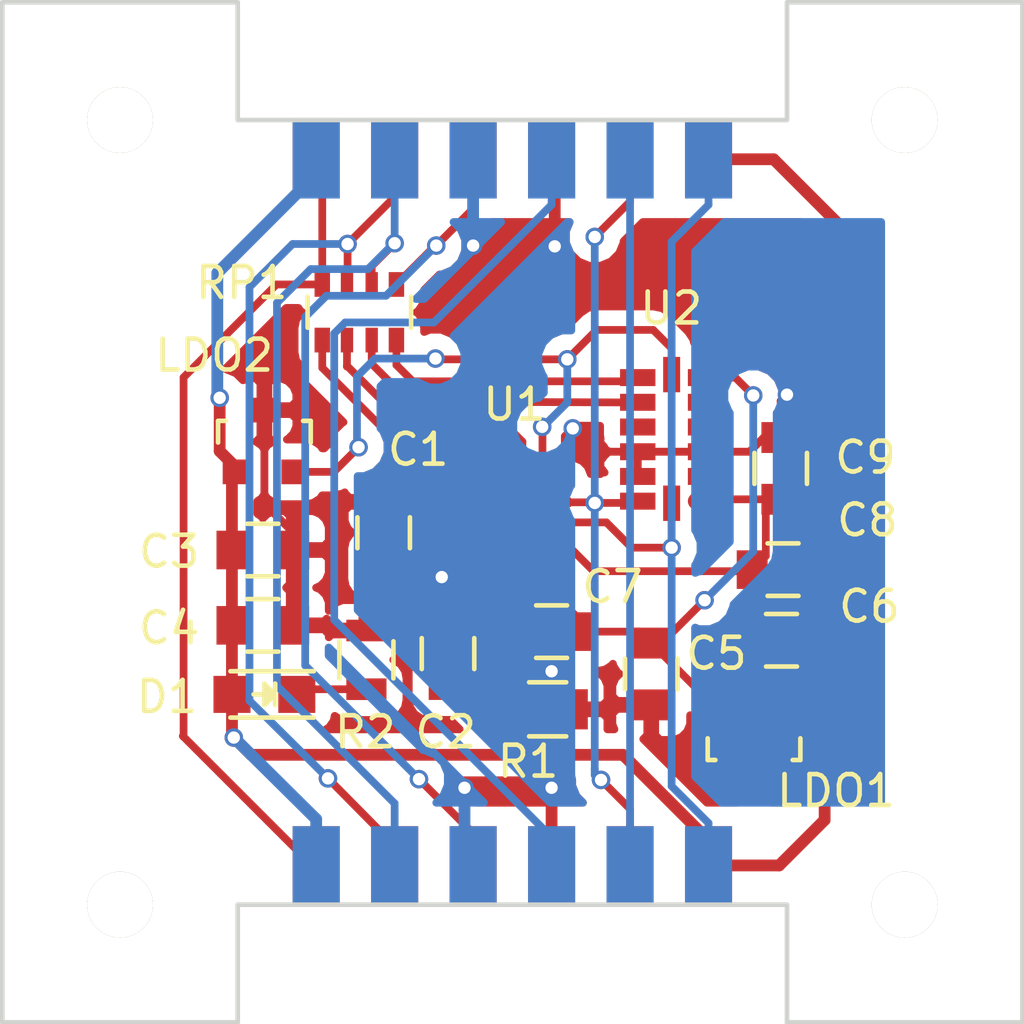
<source format=kicad_pcb>
(kicad_pcb (version 4) (host pcbnew 4.0.0-rc1-stable)

  (general
    (links 73)
    (no_connects 1)
    (area 123.114999 72.314999 156.285001 105.485001)
    (thickness 1.6)
    (drawings 12)
    (tracks 243)
    (zones 0)
    (modules 23)
    (nets 21)
  )

  (page A4)
  (layers
    (0 F.Cu signal)
    (31 B.Cu signal)
    (32 B.Adhes user hide)
    (33 F.Adhes user hide)
    (34 B.Paste user hide)
    (35 F.Paste user hide)
    (36 B.SilkS user)
    (37 F.SilkS user)
    (38 B.Mask user hide)
    (39 F.Mask user hide)
    (40 Dwgs.User user hide)
    (41 Cmts.User user hide)
    (42 Eco1.User user hide)
    (43 Eco2.User user hide)
    (44 Edge.Cuts user)
    (45 Margin user hide)
    (46 B.CrtYd user hide)
    (47 F.CrtYd user hide)
    (48 B.Fab user hide)
    (49 F.Fab user hide)
  )

  (setup
    (last_trace_width 0.25)
    (trace_clearance 0.2)
    (zone_clearance 0.508)
    (zone_45_only no)
    (trace_min 0.2)
    (segment_width 0.2)
    (edge_width 0.15)
    (via_size 0.6)
    (via_drill 0.4)
    (via_min_size 0.4)
    (via_min_drill 0.3)
    (uvia_size 0.3)
    (uvia_drill 0.1)
    (uvias_allowed no)
    (uvia_min_size 0.2)
    (uvia_min_drill 0.1)
    (pcb_text_width 0.3)
    (pcb_text_size 1.5 1.5)
    (mod_edge_width 0.15)
    (mod_text_size 1 1)
    (mod_text_width 0.15)
    (pad_size 1.524 1.524)
    (pad_drill 0.762)
    (pad_to_mask_clearance 0.2)
    (aux_axis_origin 0 0)
    (visible_elements 7FFFFFFF)
    (pcbplotparams
      (layerselection 0x00030_80000001)
      (usegerberextensions false)
      (excludeedgelayer true)
      (linewidth 0.100000)
      (plotframeref false)
      (viasonmask false)
      (mode 1)
      (useauxorigin false)
      (hpglpennumber 1)
      (hpglpenspeed 20)
      (hpglpendiameter 15)
      (hpglpenoverlay 2)
      (psnegative false)
      (psa4output false)
      (plotreference true)
      (plotvalue true)
      (plotinvisibletext false)
      (padsonsilk false)
      (subtractmaskfromsilk false)
      (outputformat 1)
      (mirror false)
      (drillshape 1)
      (scaleselection 1)
      (outputdirectory ""))
  )

  (net 0 "")
  (net 1 "Net-(C1-Pad1)")
  (net 2 GND)
  (net 3 "Net-(C2-Pad2)")
  (net 4 +5V)
  (net 5 +3.3VP)
  (net 6 +3V3)
  (net 7 "Net-(D1-Pad1)")
  (net 8 /THRU1)
  (net 9 /THRU2)
  (net 10 /THRU3)
  (net 11 /SDA)
  (net 12 /THRU6)
  (net 13 /THRU5)
  (net 14 /THRU4)
  (net 15 /SCL)
  (net 16 /U1_INT2)
  (net 17 /U1_INT1)
  (net 18 /U2_INT1)
  (net 19 /U2_INT2)
  (net 20 "Net-(U2-Pad10)")

  (net_class Default "This is the default net class."
    (clearance 0.2)
    (trace_width 0.25)
    (via_dia 0.6)
    (via_drill 0.4)
    (uvia_dia 0.3)
    (uvia_drill 0.1)
    (add_net +3.3VP)
    (add_net +3V3)
    (add_net /SCL)
    (add_net /SDA)
    (add_net /THRU1)
    (add_net /THRU2)
    (add_net /THRU3)
    (add_net /THRU4)
    (add_net /THRU5)
    (add_net /THRU6)
    (add_net /U1_INT1)
    (add_net /U1_INT2)
    (add_net /U2_INT1)
    (add_net /U2_INT2)
    (add_net "Net-(C1-Pad1)")
    (add_net "Net-(C2-Pad2)")
    (add_net "Net-(D1-Pad1)")
    (add_net "Net-(U2-Pad10)")
  )

  (net_class Power ""
    (clearance 0.2)
    (trace_width 0.254)
    (via_dia 0.6)
    (via_drill 0.4)
    (uvia_dia 0.3)
    (uvia_drill 0.1)
    (add_net +5V)
    (add_net GND)
  )

  (module Capacitors_SMD:C_0805 (layer F.Cu) (tedit 560E49C2) (tstamp 560E0A09)
    (at 135.5344 89.5604 90)
    (descr "Capacitor SMD 0805, reflow soldering, AVX (see smccp.pdf)")
    (tags "capacitor 0805")
    (path /56090413)
    (attr smd)
    (fp_text reference C1 (at 2.6924 1.1176 180) (layer F.SilkS)
      (effects (font (size 1 1) (thickness 0.15)))
    )
    (fp_text value 10nF (at 0 2.1 90) (layer F.Fab)
      (effects (font (size 1 1) (thickness 0.15)))
    )
    (fp_line (start -1.8 -1) (end 1.8 -1) (layer F.CrtYd) (width 0.05))
    (fp_line (start -1.8 1) (end 1.8 1) (layer F.CrtYd) (width 0.05))
    (fp_line (start -1.8 -1) (end -1.8 1) (layer F.CrtYd) (width 0.05))
    (fp_line (start 1.8 -1) (end 1.8 1) (layer F.CrtYd) (width 0.05))
    (fp_line (start 0.5 -0.85) (end -0.5 -0.85) (layer F.SilkS) (width 0.15))
    (fp_line (start -0.5 0.85) (end 0.5 0.85) (layer F.SilkS) (width 0.15))
    (pad 1 smd rect (at -1 0 90) (size 1 1.25) (layers F.Cu F.Paste F.Mask)
      (net 1 "Net-(C1-Pad1)"))
    (pad 2 smd rect (at 1 0 90) (size 1 1.25) (layers F.Cu F.Paste F.Mask)
      (net 2 GND))
    (model Capacitors_SMD.3dshapes/C_0805.wrl
      (at (xyz 0 0 0))
      (scale (xyz 1 1 1))
      (rotate (xyz 0 0 0))
    )
  )

  (module Capacitors_SMD:C_0805 (layer F.Cu) (tedit 560E4803) (tstamp 560E0A15)
    (at 137.6172 93.472 270)
    (descr "Capacitor SMD 0805, reflow soldering, AVX (see smccp.pdf)")
    (tags "capacitor 0805")
    (path /56090492)
    (attr smd)
    (fp_text reference C2 (at 2.54 0.0762 360) (layer F.SilkS)
      (effects (font (size 1 1) (thickness 0.15)))
    )
    (fp_text value 0.47uF (at 0 2.1 270) (layer F.Fab)
      (effects (font (size 1 1) (thickness 0.15)))
    )
    (fp_line (start -1.8 -1) (end 1.8 -1) (layer F.CrtYd) (width 0.05))
    (fp_line (start -1.8 1) (end 1.8 1) (layer F.CrtYd) (width 0.05))
    (fp_line (start -1.8 -1) (end -1.8 1) (layer F.CrtYd) (width 0.05))
    (fp_line (start 1.8 -1) (end 1.8 1) (layer F.CrtYd) (width 0.05))
    (fp_line (start 0.5 -0.85) (end -0.5 -0.85) (layer F.SilkS) (width 0.15))
    (fp_line (start -0.5 0.85) (end 0.5 0.85) (layer F.SilkS) (width 0.15))
    (pad 1 smd rect (at -1 0 270) (size 1 1.25) (layers F.Cu F.Paste F.Mask)
      (net 1 "Net-(C1-Pad1)"))
    (pad 2 smd rect (at 1 0 270) (size 1 1.25) (layers F.Cu F.Paste F.Mask)
      (net 3 "Net-(C2-Pad2)"))
    (model Capacitors_SMD.3dshapes/C_0805.wrl
      (at (xyz 0 0 0))
      (scale (xyz 1 1 1))
      (rotate (xyz 0 0 0))
    )
  )

  (module Capacitors_SMD:C_0805 (layer F.Cu) (tedit 560E470B) (tstamp 560E0A21)
    (at 131.6228 90.1192)
    (descr "Capacitor SMD 0805, reflow soldering, AVX (see smccp.pdf)")
    (tags "capacitor 0805")
    (path /560BAEE7)
    (attr smd)
    (fp_text reference C3 (at -3.0353 0.0508) (layer F.SilkS)
      (effects (font (size 1 1) (thickness 0.15)))
    )
    (fp_text value 1uF (at 0 2.1) (layer F.Fab)
      (effects (font (size 1 1) (thickness 0.15)))
    )
    (fp_line (start -1.8 -1) (end 1.8 -1) (layer F.CrtYd) (width 0.05))
    (fp_line (start -1.8 1) (end 1.8 1) (layer F.CrtYd) (width 0.05))
    (fp_line (start -1.8 -1) (end -1.8 1) (layer F.CrtYd) (width 0.05))
    (fp_line (start 1.8 -1) (end 1.8 1) (layer F.CrtYd) (width 0.05))
    (fp_line (start 0.5 -0.85) (end -0.5 -0.85) (layer F.SilkS) (width 0.15))
    (fp_line (start -0.5 0.85) (end 0.5 0.85) (layer F.SilkS) (width 0.15))
    (pad 1 smd rect (at -1 0) (size 1 1.25) (layers F.Cu F.Paste F.Mask)
      (net 4 +5V))
    (pad 2 smd rect (at 1 0) (size 1 1.25) (layers F.Cu F.Paste F.Mask)
      (net 2 GND))
    (model Capacitors_SMD.3dshapes/C_0805.wrl
      (at (xyz 0 0 0))
      (scale (xyz 1 1 1))
      (rotate (xyz 0 0 0))
    )
  )

  (module Capacitors_SMD:C_0805 (layer F.Cu) (tedit 560E471A) (tstamp 560E0A2D)
    (at 131.6228 92.5576)
    (descr "Capacitor SMD 0805, reflow soldering, AVX (see smccp.pdf)")
    (tags "capacitor 0805")
    (path /560BAB32)
    (attr smd)
    (fp_text reference C4 (at -3.0353 0.0889) (layer F.SilkS)
      (effects (font (size 1 1) (thickness 0.15)))
    )
    (fp_text value 1uF (at 0 2.1) (layer F.Fab)
      (effects (font (size 1 1) (thickness 0.15)))
    )
    (fp_line (start -1.8 -1) (end 1.8 -1) (layer F.CrtYd) (width 0.05))
    (fp_line (start -1.8 1) (end 1.8 1) (layer F.CrtYd) (width 0.05))
    (fp_line (start -1.8 -1) (end -1.8 1) (layer F.CrtYd) (width 0.05))
    (fp_line (start 1.8 -1) (end 1.8 1) (layer F.CrtYd) (width 0.05))
    (fp_line (start 0.5 -0.85) (end -0.5 -0.85) (layer F.SilkS) (width 0.15))
    (fp_line (start -0.5 0.85) (end 0.5 0.85) (layer F.SilkS) (width 0.15))
    (pad 1 smd rect (at -1 0) (size 1 1.25) (layers F.Cu F.Paste F.Mask)
      (net 4 +5V))
    (pad 2 smd rect (at 1 0) (size 1 1.25) (layers F.Cu F.Paste F.Mask)
      (net 2 GND))
    (model Capacitors_SMD.3dshapes/C_0805.wrl
      (at (xyz 0 0 0))
      (scale (xyz 1 1 1))
      (rotate (xyz 0 0 0))
    )
  )

  (module Capacitors_SMD:C_0805 (layer F.Cu) (tedit 560E49E6) (tstamp 560E0A39)
    (at 144.1958 94.1324 270)
    (descr "Capacitor SMD 0805, reflow soldering, AVX (see smccp.pdf)")
    (tags "capacitor 0805")
    (path /560BB3AB)
    (attr smd)
    (fp_text reference C5 (at -0.6604 -2.1082 540) (layer F.SilkS)
      (effects (font (size 1 1) (thickness 0.15)))
    )
    (fp_text value 1uF (at 0 2.1 270) (layer F.Fab)
      (effects (font (size 1 1) (thickness 0.15)))
    )
    (fp_line (start -1.8 -1) (end 1.8 -1) (layer F.CrtYd) (width 0.05))
    (fp_line (start -1.8 1) (end 1.8 1) (layer F.CrtYd) (width 0.05))
    (fp_line (start -1.8 -1) (end -1.8 1) (layer F.CrtYd) (width 0.05))
    (fp_line (start 1.8 -1) (end 1.8 1) (layer F.CrtYd) (width 0.05))
    (fp_line (start 0.5 -0.85) (end -0.5 -0.85) (layer F.SilkS) (width 0.15))
    (fp_line (start -0.5 0.85) (end 0.5 0.85) (layer F.SilkS) (width 0.15))
    (pad 1 smd rect (at -1 0 270) (size 1 1.25) (layers F.Cu F.Paste F.Mask)
      (net 5 +3.3VP))
    (pad 2 smd rect (at 1 0 270) (size 1 1.25) (layers F.Cu F.Paste F.Mask)
      (net 2 GND))
    (model Capacitors_SMD.3dshapes/C_0805.wrl
      (at (xyz 0 0 0))
      (scale (xyz 1 1 1))
      (rotate (xyz 0 0 0))
    )
  )

  (module Capacitors_SMD:C_0805 (layer F.Cu) (tedit 560E4751) (tstamp 560E0A45)
    (at 148.4122 93.0402)
    (descr "Capacitor SMD 0805, reflow soldering, AVX (see smccp.pdf)")
    (tags "capacitor 0805")
    (path /560BB439)
    (attr smd)
    (fp_text reference C6 (at 2.8448 -1.0922) (layer F.SilkS)
      (effects (font (size 1 1) (thickness 0.15)))
    )
    (fp_text value 1uF (at 0 2.1) (layer F.Fab)
      (effects (font (size 1 1) (thickness 0.15)))
    )
    (fp_line (start -1.8 -1) (end 1.8 -1) (layer F.CrtYd) (width 0.05))
    (fp_line (start -1.8 1) (end 1.8 1) (layer F.CrtYd) (width 0.05))
    (fp_line (start -1.8 -1) (end -1.8 1) (layer F.CrtYd) (width 0.05))
    (fp_line (start 1.8 -1) (end 1.8 1) (layer F.CrtYd) (width 0.05))
    (fp_line (start 0.5 -0.85) (end -0.5 -0.85) (layer F.SilkS) (width 0.15))
    (fp_line (start -0.5 0.85) (end 0.5 0.85) (layer F.SilkS) (width 0.15))
    (pad 1 smd rect (at -1 0) (size 1 1.25) (layers F.Cu F.Paste F.Mask)
      (net 6 +3V3))
    (pad 2 smd rect (at 1 0) (size 1 1.25) (layers F.Cu F.Paste F.Mask)
      (net 2 GND))
    (model Capacitors_SMD.3dshapes/C_0805.wrl
      (at (xyz 0 0 0))
      (scale (xyz 1 1 1))
      (rotate (xyz 0 0 0))
    )
  )

  (module Capacitors_SMD:C_0805 (layer F.Cu) (tedit 560E4754) (tstamp 560E0A51)
    (at 148.463 90.7542)
    (descr "Capacitor SMD 0805, reflow soldering, AVX (see smccp.pdf)")
    (tags "capacitor 0805")
    (path /5609A230)
    (attr smd)
    (fp_text reference C8 (at 2.7305 -1.6002) (layer F.SilkS)
      (effects (font (size 1 1) (thickness 0.15)))
    )
    (fp_text value 0.1uF (at 0 2.1) (layer F.Fab)
      (effects (font (size 1 1) (thickness 0.15)))
    )
    (fp_line (start -1.8 -1) (end 1.8 -1) (layer F.CrtYd) (width 0.05))
    (fp_line (start -1.8 1) (end 1.8 1) (layer F.CrtYd) (width 0.05))
    (fp_line (start -1.8 -1) (end -1.8 1) (layer F.CrtYd) (width 0.05))
    (fp_line (start 1.8 -1) (end 1.8 1) (layer F.CrtYd) (width 0.05))
    (fp_line (start 0.5 -0.85) (end -0.5 -0.85) (layer F.SilkS) (width 0.15))
    (fp_line (start -0.5 0.85) (end 0.5 0.85) (layer F.SilkS) (width 0.15))
    (pad 1 smd rect (at -1 0) (size 1 1.25) (layers F.Cu F.Paste F.Mask)
      (net 6 +3V3))
    (pad 2 smd rect (at 1 0) (size 1 1.25) (layers F.Cu F.Paste F.Mask)
      (net 2 GND))
    (model Capacitors_SMD.3dshapes/C_0805.wrl
      (at (xyz 0 0 0))
      (scale (xyz 1 1 1))
      (rotate (xyz 0 0 0))
    )
  )

  (module Capacitors_SMD:C_0805 (layer F.Cu) (tedit 560E499C) (tstamp 560E0A5D)
    (at 148.3868 87.4776 90)
    (descr "Capacitor SMD 0805, reflow soldering, AVX (see smccp.pdf)")
    (tags "capacitor 0805")
    (path /560BC0BE)
    (attr smd)
    (fp_text reference C9 (at 0.3556 2.7432 180) (layer F.SilkS)
      (effects (font (size 1 1) (thickness 0.15)))
    )
    (fp_text value 0.1uF (at 0 2.1 90) (layer F.Fab)
      (effects (font (size 1 1) (thickness 0.15)))
    )
    (fp_line (start -1.8 -1) (end 1.8 -1) (layer F.CrtYd) (width 0.05))
    (fp_line (start -1.8 1) (end 1.8 1) (layer F.CrtYd) (width 0.05))
    (fp_line (start -1.8 -1) (end -1.8 1) (layer F.CrtYd) (width 0.05))
    (fp_line (start 1.8 -1) (end 1.8 1) (layer F.CrtYd) (width 0.05))
    (fp_line (start 0.5 -0.85) (end -0.5 -0.85) (layer F.SilkS) (width 0.15))
    (fp_line (start -0.5 0.85) (end 0.5 0.85) (layer F.SilkS) (width 0.15))
    (pad 1 smd rect (at -1 0 90) (size 1 1.25) (layers F.Cu F.Paste F.Mask)
      (net 6 +3V3))
    (pad 2 smd rect (at 1 0 90) (size 1 1.25) (layers F.Cu F.Paste F.Mask)
      (net 2 GND))
    (model Capacitors_SMD.3dshapes/C_0805.wrl
      (at (xyz 0 0 0))
      (scale (xyz 1 1 1))
      (rotate (xyz 0 0 0))
    )
  )

  (module LEDs:LED-0805 (layer F.Cu) (tedit 560E4762) (tstamp 560E0A70)
    (at 131.6736 94.7928 180)
    (descr "LED 0805 smd package")
    (tags "LED 0805 SMD")
    (path /560C23F8)
    (attr smd)
    (fp_text reference D1 (at 3.1496 -0.0762 180) (layer F.SilkS)
      (effects (font (size 1 1) (thickness 0.15)))
    )
    (fp_text value POW (at 0 1.75 180) (layer F.Fab)
      (effects (font (size 1 1) (thickness 0.15)))
    )
    (fp_line (start -1.6 0.75) (end 1.1 0.75) (layer F.SilkS) (width 0.15))
    (fp_line (start -1.6 -0.75) (end 1.1 -0.75) (layer F.SilkS) (width 0.15))
    (fp_line (start -0.1 0.15) (end -0.1 -0.1) (layer F.SilkS) (width 0.15))
    (fp_line (start -0.1 -0.1) (end -0.25 0.05) (layer F.SilkS) (width 0.15))
    (fp_line (start -0.35 -0.35) (end -0.35 0.35) (layer F.SilkS) (width 0.15))
    (fp_line (start 0 0) (end 0.35 0) (layer F.SilkS) (width 0.15))
    (fp_line (start -0.35 0) (end 0 -0.35) (layer F.SilkS) (width 0.15))
    (fp_line (start 0 -0.35) (end 0 0.35) (layer F.SilkS) (width 0.15))
    (fp_line (start 0 0.35) (end -0.35 0) (layer F.SilkS) (width 0.15))
    (fp_line (start 1.9 -0.95) (end 1.9 0.95) (layer F.CrtYd) (width 0.05))
    (fp_line (start 1.9 0.95) (end -1.9 0.95) (layer F.CrtYd) (width 0.05))
    (fp_line (start -1.9 0.95) (end -1.9 -0.95) (layer F.CrtYd) (width 0.05))
    (fp_line (start -1.9 -0.95) (end 1.9 -0.95) (layer F.CrtYd) (width 0.05))
    (pad 2 smd rect (at 1.04902 0) (size 1.19888 1.19888) (layers F.Cu F.Paste F.Mask)
      (net 4 +5V))
    (pad 1 smd rect (at -1.04902 0) (size 1.19888 1.19888) (layers F.Cu F.Paste F.Mask)
      (net 7 "Net-(D1-Pad1)"))
    (model LEDs.3dshapes/LED-0805.wrl
      (at (xyz 0 0 0))
      (scale (xyz 1 1 1))
      (rotate (xyz 0 0 0))
    )
  )

  (module "Libraries - KiCAD:modular8_rev3_edge" (layer F.Cu) (tedit 560B6D0D) (tstamp 560E0A80)
    (at 138.43 77.47)
    (path /560B5A7F)
    (fp_text reference J1 (at -3.81 -3.81) (layer F.SilkS) hide
      (effects (font (size 1 1) (thickness 0.15)))
    )
    (fp_text value modular8_rev3_comms_in (at 1.27 -2.54) (layer F.Fab) hide
      (effects (font (size 1 1) (thickness 0.15)))
    )
    (pad 1 smd rect (at -5.08 0) (size 1.524 2.54) (layers F.Cu F.Paste F.Mask)
      (net 8 /THRU1))
    (pad 3 smd rect (at -2.54 0) (size 1.524 2.54) (layers F.Cu F.Paste F.Mask)
      (net 9 /THRU2))
    (pad 5 smd rect (at 0 0) (size 1.524 2.54) (layers F.Cu F.Paste F.Mask)
      (net 10 /THRU3))
    (pad 7 smd rect (at 2.54 0) (size 1.524 2.54) (layers F.Cu F.Paste F.Mask)
      (net 2 GND))
    (pad 9 smd rect (at 5.08 0) (size 1.524 2.54) (layers F.Cu F.Paste F.Mask)
      (net 11 /SDA))
    (pad 11 smd rect (at 7.62 0) (size 1.524 2.54) (layers F.Cu F.Paste F.Mask)
      (net 4 +5V))
    (pad 2 smd rect (at -5.08 0) (size 1.524 2.54) (layers B.Cu F.Paste F.Mask)
      (net 4 +5V))
    (pad 4 smd rect (at -2.54 0) (size 1.524 2.54) (layers B.Cu F.Paste F.Mask)
      (net 12 /THRU6))
    (pad 6 smd rect (at 0 0) (size 1.524 2.54) (layers B.Cu F.Paste F.Mask)
      (net 2 GND))
    (pad 8 smd rect (at 2.54 0) (size 1.524 2.54) (layers B.Cu F.Paste F.Mask)
      (net 13 /THRU5))
    (pad 10 smd rect (at 5.08 0) (size 1.524 2.54) (layers B.Cu F.Paste F.Mask)
      (net 14 /THRU4))
    (pad 12 smd rect (at 7.62 0) (size 1.524 2.54) (layers B.Cu F.Paste F.Mask)
      (net 15 /SCL))
  )

  (module "Libraries - KiCAD:modular8_rev3_edge" (layer F.Cu) (tedit 560B6D0D) (tstamp 560E0A90)
    (at 140.97 100.33 180)
    (path /560B5AFA)
    (fp_text reference J2 (at -3.81 -3.81 180) (layer F.SilkS) hide
      (effects (font (size 1 1) (thickness 0.15)))
    )
    (fp_text value modular8_rev3_comms_out (at 1.27 -2.54 180) (layer F.Fab) hide
      (effects (font (size 1 1) (thickness 0.15)))
    )
    (pad 1 smd rect (at -5.08 0 180) (size 1.524 2.54) (layers F.Cu F.Paste F.Mask)
      (net 4 +5V))
    (pad 3 smd rect (at -2.54 0 180) (size 1.524 2.54) (layers F.Cu F.Paste F.Mask)
      (net 11 /SDA))
    (pad 5 smd rect (at 0 0 180) (size 1.524 2.54) (layers F.Cu F.Paste F.Mask)
      (net 2 GND))
    (pad 7 smd rect (at 2.54 0 180) (size 1.524 2.54) (layers F.Cu F.Paste F.Mask)
      (net 10 /THRU3))
    (pad 9 smd rect (at 5.08 0 180) (size 1.524 2.54) (layers F.Cu F.Paste F.Mask)
      (net 9 /THRU2))
    (pad 11 smd rect (at 7.62 0 180) (size 1.524 2.54) (layers F.Cu F.Paste F.Mask)
      (net 8 /THRU1))
    (pad 2 smd rect (at -5.08 0 180) (size 1.524 2.54) (layers B.Cu F.Paste F.Mask)
      (net 15 /SCL))
    (pad 4 smd rect (at -2.54 0 180) (size 1.524 2.54) (layers B.Cu F.Paste F.Mask)
      (net 14 /THRU4))
    (pad 6 smd rect (at 0 0 180) (size 1.524 2.54) (layers B.Cu F.Paste F.Mask)
      (net 13 /THRU5))
    (pad 8 smd rect (at 2.54 0 180) (size 1.524 2.54) (layers B.Cu F.Paste F.Mask)
      (net 2 GND))
    (pad 10 smd rect (at 5.08 0 180) (size 1.524 2.54) (layers B.Cu F.Paste F.Mask)
      (net 12 /THRU6))
    (pad 12 smd rect (at 7.62 0 180) (size 1.524 2.54) (layers B.Cu F.Paste F.Mask)
      (net 4 +5V))
  )

  (module TO_SOT_Packages_SMD:SOT-23 (layer F.Cu) (tedit 560E46AB) (tstamp 560E0AA0)
    (at 147.5232 96.266 180)
    (descr "SOT-23, Standard")
    (tags SOT-23)
    (path /560BA8F2)
    (attr smd)
    (fp_text reference LDO1 (at -2.6543 -1.651 180) (layer F.SilkS)
      (effects (font (size 1 1) (thickness 0.15)))
    )
    (fp_text value AP7313-33SAG-7 (at 0 2.3 180) (layer F.Fab)
      (effects (font (size 1 1) (thickness 0.15)))
    )
    (fp_line (start -1.65 -1.6) (end 1.65 -1.6) (layer F.CrtYd) (width 0.05))
    (fp_line (start 1.65 -1.6) (end 1.65 1.6) (layer F.CrtYd) (width 0.05))
    (fp_line (start 1.65 1.6) (end -1.65 1.6) (layer F.CrtYd) (width 0.05))
    (fp_line (start -1.65 1.6) (end -1.65 -1.6) (layer F.CrtYd) (width 0.05))
    (fp_line (start 1.29916 -0.65024) (end 1.2509 -0.65024) (layer F.SilkS) (width 0.15))
    (fp_line (start -1.49982 0.0508) (end -1.49982 -0.65024) (layer F.SilkS) (width 0.15))
    (fp_line (start -1.49982 -0.65024) (end -1.2509 -0.65024) (layer F.SilkS) (width 0.15))
    (fp_line (start 1.29916 -0.65024) (end 1.49982 -0.65024) (layer F.SilkS) (width 0.15))
    (fp_line (start 1.49982 -0.65024) (end 1.49982 0.0508) (layer F.SilkS) (width 0.15))
    (pad 1 smd rect (at -0.95 1.00076 180) (size 0.8001 0.8001) (layers F.Cu F.Paste F.Mask)
      (net 4 +5V))
    (pad 2 smd rect (at 0.95 1.00076 180) (size 0.8001 0.8001) (layers F.Cu F.Paste F.Mask)
      (net 5 +3.3VP))
    (pad 3 smd rect (at 0 -0.99822 180) (size 0.8001 0.8001) (layers F.Cu F.Paste F.Mask)
      (net 2 GND))
    (model TO_SOT_Packages_SMD.3dshapes/SOT-23.wrl
      (at (xyz 0 0 0))
      (scale (xyz 1 1 1))
      (rotate (xyz 0 0 0))
    )
  )

  (module TO_SOT_Packages_SMD:SOT-23 (layer F.Cu) (tedit 560E4711) (tstamp 560E0AB0)
    (at 131.6736 86.5886)
    (descr "SOT-23, Standard")
    (tags SOT-23)
    (path /560BA757)
    (attr smd)
    (fp_text reference LDO2 (at -1.6256 -2.7686) (layer F.SilkS)
      (effects (font (size 1 1) (thickness 0.15)))
    )
    (fp_text value AP7313-33SAG-7 (at 0 2.3) (layer F.Fab)
      (effects (font (size 1 1) (thickness 0.15)))
    )
    (fp_line (start -1.65 -1.6) (end 1.65 -1.6) (layer F.CrtYd) (width 0.05))
    (fp_line (start 1.65 -1.6) (end 1.65 1.6) (layer F.CrtYd) (width 0.05))
    (fp_line (start 1.65 1.6) (end -1.65 1.6) (layer F.CrtYd) (width 0.05))
    (fp_line (start -1.65 1.6) (end -1.65 -1.6) (layer F.CrtYd) (width 0.05))
    (fp_line (start 1.29916 -0.65024) (end 1.2509 -0.65024) (layer F.SilkS) (width 0.15))
    (fp_line (start -1.49982 0.0508) (end -1.49982 -0.65024) (layer F.SilkS) (width 0.15))
    (fp_line (start -1.49982 -0.65024) (end -1.2509 -0.65024) (layer F.SilkS) (width 0.15))
    (fp_line (start 1.29916 -0.65024) (end 1.49982 -0.65024) (layer F.SilkS) (width 0.15))
    (fp_line (start 1.49982 -0.65024) (end 1.49982 0.0508) (layer F.SilkS) (width 0.15))
    (pad 1 smd rect (at -0.95 1.00076) (size 0.8001 0.8001) (layers F.Cu F.Paste F.Mask)
      (net 4 +5V))
    (pad 2 smd rect (at 0.95 1.00076) (size 0.8001 0.8001) (layers F.Cu F.Paste F.Mask)
      (net 6 +3V3))
    (pad 3 smd rect (at 0 -0.99822) (size 0.8001 0.8001) (layers F.Cu F.Paste F.Mask)
      (net 2 GND))
    (model TO_SOT_Packages_SMD.3dshapes/SOT-23.wrl
      (at (xyz 0 0 0))
      (scale (xyz 1 1 1))
      (rotate (xyz 0 0 0))
    )
  )

  (module Resistors_SMD:R_0805 (layer F.Cu) (tedit 560E47FF) (tstamp 560E0ABC)
    (at 140.843 95.2754)
    (descr "Resistor SMD 0805, reflow soldering, Vishay (see dcrcw.pdf)")
    (tags "resistor 0805")
    (path /5609B78E)
    (attr smd)
    (fp_text reference R1 (at -0.635 1.6891 180) (layer F.SilkS)
      (effects (font (size 1 1) (thickness 0.15)))
    )
    (fp_text value 10k (at 0 2.1) (layer F.Fab)
      (effects (font (size 1 1) (thickness 0.15)))
    )
    (fp_line (start -1.6 -1) (end 1.6 -1) (layer F.CrtYd) (width 0.05))
    (fp_line (start -1.6 1) (end 1.6 1) (layer F.CrtYd) (width 0.05))
    (fp_line (start -1.6 -1) (end -1.6 1) (layer F.CrtYd) (width 0.05))
    (fp_line (start 1.6 -1) (end 1.6 1) (layer F.CrtYd) (width 0.05))
    (fp_line (start 0.6 0.875) (end -0.6 0.875) (layer F.SilkS) (width 0.15))
    (fp_line (start -0.6 -0.875) (end 0.6 -0.875) (layer F.SilkS) (width 0.15))
    (pad 1 smd rect (at -0.95 0) (size 0.7 1.3) (layers F.Cu F.Paste F.Mask)
      (net 3 "Net-(C2-Pad2)"))
    (pad 2 smd rect (at 0.95 0) (size 0.7 1.3) (layers F.Cu F.Paste F.Mask)
      (net 2 GND))
    (model Resistors_SMD.3dshapes/R_0805.wrl
      (at (xyz 0 0 0))
      (scale (xyz 1 1 1))
      (rotate (xyz 0 0 0))
    )
  )

  (module Resistors_SMD:R_0805 (layer F.Cu) (tedit 560E4801) (tstamp 560E0AC8)
    (at 134.9756 93.6752 90)
    (descr "Resistor SMD 0805, reflow soldering, Vishay (see dcrcw.pdf)")
    (tags "resistor 0805")
    (path /560C22B5)
    (attr smd)
    (fp_text reference R2 (at -2.3368 -0.0381 180) (layer F.SilkS)
      (effects (font (size 1 1) (thickness 0.15)))
    )
    (fp_text value 680 (at 0 2.1 90) (layer F.Fab)
      (effects (font (size 1 1) (thickness 0.15)))
    )
    (fp_line (start -1.6 -1) (end 1.6 -1) (layer F.CrtYd) (width 0.05))
    (fp_line (start -1.6 1) (end 1.6 1) (layer F.CrtYd) (width 0.05))
    (fp_line (start -1.6 -1) (end -1.6 1) (layer F.CrtYd) (width 0.05))
    (fp_line (start 1.6 -1) (end 1.6 1) (layer F.CrtYd) (width 0.05))
    (fp_line (start 0.6 0.875) (end -0.6 0.875) (layer F.SilkS) (width 0.15))
    (fp_line (start -0.6 -0.875) (end 0.6 -0.875) (layer F.SilkS) (width 0.15))
    (pad 1 smd rect (at -0.95 0 90) (size 0.7 1.3) (layers F.Cu F.Paste F.Mask)
      (net 7 "Net-(D1-Pad1)"))
    (pad 2 smd rect (at 0.95 0 90) (size 0.7 1.3) (layers F.Cu F.Paste F.Mask)
      (net 2 GND))
    (model Resistors_SMD.3dshapes/R_0805.wrl
      (at (xyz 0 0 0))
      (scale (xyz 1 1 1))
      (rotate (xyz 0 0 0))
    )
  )

  (module Resistors_SMD:R_Array_Convex_4x0603 (layer F.Cu) (tedit 560E470E) (tstamp 560E0ADA)
    (at 134.747 82.423 270)
    (descr "Chip Resistor Network, ROHM MNR14 (see mnr_g.pdf)")
    (tags "resistor array")
    (path /560C1A6C)
    (attr smd)
    (fp_text reference RP1 (at -0.9525 3.81 360) (layer F.SilkS)
      (effects (font (size 1 1) (thickness 0.15)))
    )
    (fp_text value R_PACK4 (at 0 2.8 270) (layer F.Fab)
      (effects (font (size 1 1) (thickness 0.15)))
    )
    (fp_line (start -1.55 -1.8) (end 1.55 -1.8) (layer F.CrtYd) (width 0.05))
    (fp_line (start -1.55 1.8) (end 1.55 1.8) (layer F.CrtYd) (width 0.05))
    (fp_line (start -1.55 -1.8) (end -1.55 1.8) (layer F.CrtYd) (width 0.05))
    (fp_line (start 1.55 -1.8) (end 1.55 1.8) (layer F.CrtYd) (width 0.05))
    (fp_line (start 0.5 1.675) (end -0.5 1.675) (layer F.SilkS) (width 0.15))
    (fp_line (start 0.5 -1.675) (end -0.5 -1.675) (layer F.SilkS) (width 0.15))
    (pad 1 smd rect (at -0.9 -1.2 270) (size 0.8 0.5) (layers F.Cu F.Paste F.Mask)
      (net 10 /THRU3))
    (pad 3 smd rect (at -0.9 0.4 270) (size 0.8 0.4) (layers F.Cu F.Paste F.Mask)
      (net 9 /THRU2))
    (pad 2 smd rect (at -0.9 -0.4 270) (size 0.8 0.4) (layers F.Cu F.Paste F.Mask)
      (net 12 /THRU6))
    (pad 4 smd rect (at -0.9 1.2 270) (size 0.8 0.5) (layers F.Cu F.Paste F.Mask)
      (net 8 /THRU1))
    (pad 7 smd rect (at 0.9 -0.4 270) (size 0.8 0.4) (layers F.Cu F.Paste F.Mask)
      (net 19 /U2_INT2))
    (pad 8 smd rect (at 0.9 -1.2 270) (size 0.8 0.5) (layers F.Cu F.Paste F.Mask)
      (net 18 /U2_INT1))
    (pad 6 smd rect (at 0.9 0.4 270) (size 0.8 0.4) (layers F.Cu F.Paste F.Mask)
      (net 16 /U1_INT2))
    (pad 5 smd rect (at 0.9 1.2 270) (size 0.8 0.5) (layers F.Cu F.Paste F.Mask)
      (net 17 /U1_INT1))
    (model Resistors_SMD.3dshapes/R_Array_Convex_4x0603.wrl
      (at (xyz 0 0 0))
      (scale (xyz 1 1 1))
      (rotate (xyz 0 0 0))
    )
  )

  (module "Libraries - KiCAD:LGA-16" (layer F.Cu) (tedit 560E478B) (tstamp 560E0AF3)
    (at 139.7 88.9 180)
    (path /5609037F)
    (solder_mask_margin 0.05)
    (fp_text reference U1 (at -0.0635 3.4925 180) (layer F.SilkS)
      (effects (font (size 1 1) (thickness 0.15)))
    )
    (fp_text value I3G4250DTR (at 0.05 -3.2 180) (layer F.Fab)
      (effects (font (size 1 1) (thickness 0.15)))
    )
    (fp_line (start -1.925 1.925) (end -1.925 -1.925) (layer F.CrtYd) (width 0.15))
    (fp_line (start 1.925 1.925) (end -1.925 1.925) (layer F.CrtYd) (width 0.15))
    (fp_line (start 1.925 -1.925) (end 1.925 1.925) (layer F.CrtYd) (width 0.15))
    (fp_line (start -1.925 -1.925) (end 1.925 -1.925) (layer F.CrtYd) (width 0.15))
    (pad 1 smd rect (at -1.7 -0.975 270) (size 0.3 0.4) (layers F.Cu F.Paste F.Mask)
      (net 6 +3V3))
    (pad 2 smd rect (at -1.7 -0.325 270) (size 0.3 0.4) (layers F.Cu F.Paste F.Mask)
      (net 15 /SCL))
    (pad 3 smd rect (at -1.7 0.325 270) (size 0.3 0.4) (layers F.Cu F.Paste F.Mask)
      (net 11 /SDA))
    (pad 4 smd rect (at -1.7 0.975 270) (size 0.3 0.4) (layers F.Cu F.Paste F.Mask)
      (net 2 GND))
    (pad 5 smd rect (at -0.975 1.7 180) (size 0.3 0.4) (layers F.Cu F.Paste F.Mask)
      (net 6 +3V3))
    (pad 6 smd rect (at -0.325 1.7 180) (size 0.3 0.4) (layers F.Cu F.Paste F.Mask)
      (net 16 /U1_INT2))
    (pad 7 smd rect (at 0.325 1.7 180) (size 0.3 0.4) (layers F.Cu F.Paste F.Mask)
      (net 17 /U1_INT1))
    (pad 8 smd rect (at 0.975 1.7 180) (size 0.3 0.4) (layers F.Cu F.Paste F.Mask)
      (net 2 GND))
    (pad 9 smd rect (at 1.7 0.975 270) (size 0.3 0.4) (layers F.Cu F.Paste F.Mask)
      (net 2 GND))
    (pad 10 smd rect (at 1.7 0.325 270) (size 0.3 0.4) (layers F.Cu F.Paste F.Mask)
      (net 2 GND))
    (pad 11 smd rect (at 1.7 -0.325 270) (size 0.3 0.4) (layers F.Cu F.Paste F.Mask)
      (net 2 GND))
    (pad 12 smd rect (at 1.7 -0.975 270) (size 0.3 0.4) (layers F.Cu F.Paste F.Mask)
      (net 2 GND))
    (pad 13 smd rect (at 0.975 -1.7 180) (size 0.3 0.4) (layers F.Cu F.Paste F.Mask)
      (net 2 GND))
    (pad 14 smd rect (at 0.325 -1.7 180) (size 0.3 0.4) (layers F.Cu F.Paste F.Mask)
      (net 1 "Net-(C1-Pad1)"))
    (pad 15 smd rect (at -0.325 -1.7 180) (size 0.3 0.4) (layers F.Cu F.Paste F.Mask)
      (net 5 +3.3VP))
    (pad 16 smd rect (at -0.975 -1.7 180) (size 0.3 0.4) (layers F.Cu F.Paste F.Mask)
      (net 5 +3.3VP))
    (pad 17 smd circle (at -1.7 -1.7 180) (size 0.15 0.15) (layers F.Cu F.Paste F.Mask))
  )

  (module "Libraries - KiCAD:LGACC-14-1" (layer F.Cu) (tedit 560E4790) (tstamp 560E0B0B)
    (at 144.8562 86.5378 180)
    (path /56099DF3)
    (solder_mask_margin 0.05)
    (fp_text reference U2 (at 0.0127 4.2418 180) (layer F.SilkS)
      (effects (font (size 1 1) (thickness 0.15)))
    )
    (fp_text value ADXL343 (at 0.5 -5.1 180) (layer F.Fab)
      (effects (font (size 1 1) (thickness 0.15)))
    )
    (fp_line (start 1.5 -2.5) (end 0 -2.5) (layer F.CrtYd) (width 0.15))
    (fp_line (start 1.5 2.5) (end 1.5 -2.5) (layer F.CrtYd) (width 0.15))
    (fp_line (start -1.5 2.5) (end 1.5 2.5) (layer F.CrtYd) (width 0.15))
    (fp_line (start -1.5 -2.5) (end -1.5 2.5) (layer F.CrtYd) (width 0.15))
    (fp_line (start 0 -2.5) (end -1.5 -2.5) (layer F.CrtYd) (width 0.15))
    (pad 1 smd oval (at -1.0975 -2 180) (size 1.145 0.55) (layers F.Cu F.Paste F.Mask)
      (net 6 +3V3))
    (pad 2 smd rect (at -1.0975 -1.2 180) (size 1.145 0.55) (layers F.Cu F.Paste F.Mask)
      (net 2 GND))
    (pad 3 smd rect (at -1.0975 -0.4 180) (size 1.145 0.55) (layers F.Cu F.Paste F.Mask)
      (net 2 GND))
    (pad 4 smd rect (at -1.0975 0.4 180) (size 1.145 0.55) (layers F.Cu F.Paste F.Mask)
      (net 2 GND))
    (pad 5 smd rect (at -1.0975 1.2 180) (size 1.145 0.55) (layers F.Cu F.Paste F.Mask)
      (net 2 GND))
    (pad 6 smd rect (at -1.0975 2 180) (size 1.145 0.55) (layers F.Cu F.Paste F.Mask)
      (net 5 +3.3VP))
    (pad 7 smd rect (at 0 2.0975 270) (size 1.145 0.55) (layers F.Cu F.Paste F.Mask)
      (net 6 +3V3))
    (pad 8 smd rect (at 1.0975 2 180) (size 1.145 0.55) (layers F.Cu F.Paste F.Mask)
      (net 18 /U2_INT1))
    (pad 9 smd rect (at 1.0975 1.2 180) (size 1.145 0.55) (layers F.Cu F.Paste F.Mask)
      (net 19 /U2_INT2))
    (pad 10 smd rect (at 1.0975 0.4 180) (size 1.145 0.55) (layers F.Cu F.Paste F.Mask)
      (net 20 "Net-(U2-Pad10)"))
    (pad 11 smd rect (at 1.0975 -0.4 180) (size 1.145 0.55) (layers F.Cu F.Paste F.Mask)
      (net 2 GND))
    (pad 12 smd rect (at 1.0975 -1.2 180) (size 1.145 0.55) (layers F.Cu F.Paste F.Mask)
      (net 2 GND))
    (pad 13 smd rect (at 1.0975 -2 180) (size 1.145 0.55) (layers F.Cu F.Paste F.Mask)
      (net 11 /SDA))
    (pad 14 smd rect (at 0 -2.0675 270) (size 1.145 0.55) (layers F.Cu F.Paste F.Mask)
      (net 15 /SCL))
    (pad 1 smd rect (at -1.1 -2 180) (size 1.145 0.55) (layers F.Mask)
      (net 6 +3V3))
  )

  (module Capacitors_SMD:C_0805 (layer F.Cu) (tedit 560E4809) (tstamp 560E2B4F)
    (at 140.97 92.7608 180)
    (descr "Capacitor SMD 0805, reflow soldering, AVX (see smccp.pdf)")
    (tags "capacitor 0805")
    (path /560BBEEC)
    (attr smd)
    (fp_text reference C7 (at -1.9685 1.4478 180) (layer F.SilkS)
      (effects (font (size 1 1) (thickness 0.15)))
    )
    (fp_text value "10uF tantalum" (at 0 2.1 180) (layer F.Fab)
      (effects (font (size 1 1) (thickness 0.15)))
    )
    (fp_line (start -1.8 -1) (end 1.8 -1) (layer F.CrtYd) (width 0.05))
    (fp_line (start -1.8 1) (end 1.8 1) (layer F.CrtYd) (width 0.05))
    (fp_line (start -1.8 -1) (end -1.8 1) (layer F.CrtYd) (width 0.05))
    (fp_line (start 1.8 -1) (end 1.8 1) (layer F.CrtYd) (width 0.05))
    (fp_line (start 0.5 -0.85) (end -0.5 -0.85) (layer F.SilkS) (width 0.15))
    (fp_line (start -0.5 0.85) (end 0.5 0.85) (layer F.SilkS) (width 0.15))
    (pad 1 smd rect (at -1 0 180) (size 1 1.25) (layers F.Cu F.Paste F.Mask)
      (net 5 +3.3VP))
    (pad 2 smd rect (at 1 0 180) (size 1 1.25) (layers F.Cu F.Paste F.Mask)
      (net 2 GND))
    (model Capacitors_SMD.3dshapes/C_0805.wrl
      (at (xyz 0 0 0))
      (scale (xyz 1 1 1))
      (rotate (xyz 0 0 0))
    )
  )

  (module "Libraries - KiCAD:modular8_mounting_hole" (layer F.Cu) (tedit 560F4ADA) (tstamp 560F4BEF)
    (at 152.4 101.6)
    (fp_text reference REF** (at 0 0.5) (layer F.SilkS) hide
      (effects (font (size 1 1) (thickness 0.15)))
    )
    (fp_text value modular8_mounting_hole (at 0 -0.5) (layer F.Fab) hide
      (effects (font (size 1 1) (thickness 0.15)))
    )
    (pad 1 thru_hole circle (at 0 0) (size 2.13 2.13) (drill 2.13) (layers *.Cu *.Mask F.SilkS))
  )

  (module "Libraries - KiCAD:modular8_mounting_hole" (layer F.Cu) (tedit 560F4ADA) (tstamp 560F4BF8)
    (at 127 101.6)
    (fp_text reference REF** (at 0 0.5) (layer F.SilkS) hide
      (effects (font (size 1 1) (thickness 0.15)))
    )
    (fp_text value modular8_mounting_hole (at 0 -0.5) (layer F.Fab) hide
      (effects (font (size 1 1) (thickness 0.15)))
    )
    (pad 1 thru_hole circle (at 0 0) (size 2.13 2.13) (drill 2.13) (layers *.Cu *.Mask F.SilkS))
  )

  (module "Libraries - KiCAD:modular8_mounting_hole" (layer F.Cu) (tedit 560F4ADA) (tstamp 560F4C01)
    (at 127 76.2)
    (fp_text reference REF** (at 0 0.5) (layer F.SilkS) hide
      (effects (font (size 1 1) (thickness 0.15)))
    )
    (fp_text value modular8_mounting_hole (at 0 -0.5) (layer F.Fab) hide
      (effects (font (size 1 1) (thickness 0.15)))
    )
    (pad 1 thru_hole circle (at 0 0) (size 2.13 2.13) (drill 2.13) (layers *.Cu *.Mask F.SilkS))
  )

  (module "Libraries - KiCAD:modular8_mounting_hole" (layer F.Cu) (tedit 560F4ADA) (tstamp 560F4C0A)
    (at 152.4 76.2)
    (fp_text reference REF** (at 0 0.5) (layer F.SilkS) hide
      (effects (font (size 1 1) (thickness 0.15)))
    )
    (fp_text value modular8_mounting_hole (at 0 -0.5) (layer F.Fab) hide
      (effects (font (size 1 1) (thickness 0.15)))
    )
    (pad 1 thru_hole circle (at 0 0) (size 2.13 2.13) (drill 2.13) (layers *.Cu *.Mask F.SilkS))
  )

  (gr_line (start 130.81 72.39) (end 130.81 76.2) (angle 90) (layer Edge.Cuts) (width 0.15))
  (gr_line (start 123.19 72.39) (end 130.81 72.39) (angle 90) (layer Edge.Cuts) (width 0.15))
  (gr_line (start 123.19 105.41) (end 123.19 72.39) (angle 90) (layer Edge.Cuts) (width 0.15))
  (gr_line (start 130.81 105.41) (end 123.19 105.41) (angle 90) (layer Edge.Cuts) (width 0.15))
  (gr_line (start 130.81 101.6) (end 130.81 105.41) (angle 90) (layer Edge.Cuts) (width 0.15))
  (gr_line (start 148.59 101.6) (end 130.81 101.6) (angle 90) (layer Edge.Cuts) (width 0.15))
  (gr_line (start 148.59 105.41) (end 148.59 101.6) (angle 90) (layer Edge.Cuts) (width 0.15))
  (gr_line (start 156.21 105.41) (end 148.59 105.41) (angle 90) (layer Edge.Cuts) (width 0.15))
  (gr_line (start 156.21 72.39) (end 156.21 105.41) (angle 90) (layer Edge.Cuts) (width 0.15))
  (gr_line (start 148.59 72.39) (end 156.21 72.39) (angle 90) (layer Edge.Cuts) (width 0.15))
  (gr_line (start 148.59 76.2) (end 148.59 72.39) (angle 90) (layer Edge.Cuts) (width 0.15))
  (gr_line (start 130.81 76.2) (end 148.59 76.2) (angle 90) (layer Edge.Cuts) (width 0.15))

  (segment (start 137.287 92.4212) (end 137.906 92.4212) (width 0.25) (layer F.Cu) (net 1))
  (segment (start 139.375 90.9522) (end 139.375 90.6) (width 0.25) (layer F.Cu) (net 1) (tstamp 560E397D))
  (segment (start 137.906 92.4212) (end 139.375 90.9522) (width 0.25) (layer F.Cu) (net 1) (tstamp 560E397C))
  (segment (start 137.287 92.4212) (end 137.287 92.313) (width 0.25) (layer F.Cu) (net 1))
  (segment (start 137.287 92.313) (end 135.5344 90.5604) (width 0.25) (layer F.Cu) (net 1) (tstamp 560E3979))
  (segment (start 138.1506 97.8154) (end 140.97 97.8154) (width 0.381) (layer F.Cu) (net 2))
  (via (at 138.1506 97.8154) (size 0.6) (drill 0.4) (layers F.Cu B.Cu) (net 2))
  (via (at 140.97 97.8154) (size 0.6) (drill 0.4) (layers F.Cu B.Cu) (net 2))
  (segment (start 140.97 100.33) (end 140.97 97.8154) (width 0.381) (layer F.Cu) (net 2))
  (segment (start 138.1506 97.8154) (end 138.1506 100.0506) (width 0.381) (layer B.Cu) (net 2))
  (segment (start 138.1506 100.0506) (end 138.43 100.33) (width 0.381) (layer B.Cu) (net 2) (tstamp 560E41F1))
  (segment (start 141.0716 77.5716) (end 141.0716 80.2894) (width 0.381) (layer F.Cu) (net 2))
  (via (at 138.43 80.264) (size 0.6) (drill 0.4) (layers F.Cu B.Cu) (net 2))
  (segment (start 138.43 80.264) (end 138.4554 80.2894) (width 0.381) (layer F.Cu) (net 2) (tstamp 560E430B))
  (segment (start 138.4554 80.2894) (end 141.0716 80.2894) (width 0.381) (layer F.Cu) (net 2) (tstamp 560E430C))
  (via (at 141.0716 80.2894) (size 0.6) (drill 0.4) (layers F.Cu B.Cu) (net 2))
  (segment (start 138.43 80.264) (end 138.43 77.47) (width 0.381) (layer B.Cu) (net 2))
  (segment (start 141.0716 77.5716) (end 140.97 77.47) (width 0.381) (layer F.Cu) (net 2) (tstamp 560E4314))
  (via (at 140.97 94.0435) (size 0.6) (drill 0.4) (layers F.Cu B.Cu) (net 2))
  (segment (start 141.793 95.2754) (end 141.793 94.8665) (width 0.254) (layer F.Cu) (net 2))
  (segment (start 141.793 94.8665) (end 140.97 94.0435) (width 0.254) (layer F.Cu) (net 2) (tstamp 560E45B1))
  (segment (start 140.97 94.0435) (end 139.97 93.0435) (width 0.254) (layer F.Cu) (net 2) (tstamp 560E45DB))
  (segment (start 139.97 93.0435) (end 139.97 92.7608) (width 0.254) (layer F.Cu) (net 2) (tstamp 560E45B8))
  (segment (start 143.7587 86.9378) (end 142.4114 86.9378) (width 0.254) (layer F.Cu) (net 2))
  (segment (start 141.4 86.438) (end 141.4 87.925) (width 0.254) (layer F.Cu) (net 2))
  (via (at 141.6558 86.1822) (size 0.6) (drill 0.4) (layers F.Cu B.Cu) (net 2))
  (segment (start 141.4 86.438) (end 141.6558 86.1822) (width 0.254) (layer F.Cu) (net 2) (tstamp 560E4367))
  (segment (start 142.4114 86.9378) (end 141.6558 86.1822) (width 0.254) (layer F.Cu) (net 2) (tstamp 560E4540))
  (segment (start 138.725 87.2) (end 138 87.925) (width 0.254) (layer F.Cu) (net 2))
  (segment (start 132.6228 90.1192) (end 132.6228 89.5698) (width 0.254) (layer F.Cu) (net 2))
  (segment (start 132.6228 89.5698) (end 131.6736 88.6206) (width 0.254) (layer F.Cu) (net 2) (tstamp 560E4529))
  (segment (start 131.6736 88.6206) (end 131.6736 85.59038) (width 0.254) (layer F.Cu) (net 2) (tstamp 560E452B))
  (segment (start 138.725 90.6) (end 137.8095 90.6) (width 0.254) (layer F.Cu) (net 2))
  (via (at 137.414 90.9955) (size 0.6) (drill 0.4) (layers F.Cu B.Cu) (net 2))
  (segment (start 137.8095 90.6) (end 137.414 90.9955) (width 0.254) (layer F.Cu) (net 2) (tstamp 560E44FF))
  (segment (start 143.7587 87.7378) (end 143.7587 86.9378) (width 0.254) (layer F.Cu) (net 2))
  (segment (start 145.9537 87.7378) (end 145.9537 85.3378) (width 0.254) (layer F.Cu) (net 2))
  (segment (start 145.9537 86.9378) (end 143.7587 86.9378) (width 0.254) (layer F.Cu) (net 2))
  (segment (start 148.3868 86.4776) (end 148.3868 85.2932) (width 0.254) (layer F.Cu) (net 2))
  (via (at 148.59 85.09) (size 0.6) (drill 0.4) (layers F.Cu B.Cu) (net 2))
  (segment (start 148.3868 85.2932) (end 148.59 85.09) (width 0.254) (layer F.Cu) (net 2) (tstamp 560E4452))
  (segment (start 149.463 90.7542) (end 149.463 89.932) (width 0.254) (layer F.Cu) (net 2))
  (segment (start 149.3426 86.4776) (end 148.3868 86.4776) (width 0.254) (layer F.Cu) (net 2) (tstamp 560E444F))
  (segment (start 149.86 86.995) (end 149.3426 86.4776) (width 0.254) (layer F.Cu) (net 2) (tstamp 560E444C))
  (segment (start 149.86 89.535) (end 149.86 86.995) (width 0.254) (layer F.Cu) (net 2) (tstamp 560E444A))
  (segment (start 149.463 89.932) (end 149.86 89.535) (width 0.254) (layer F.Cu) (net 2) (tstamp 560E4448))
  (segment (start 148.3868 86.4776) (end 147.8374 86.4776) (width 0.254) (layer F.Cu) (net 2))
  (segment (start 147.8374 86.4776) (end 147.3772 86.9378) (width 0.254) (layer F.Cu) (net 2) (tstamp 560E4440))
  (segment (start 147.3772 86.9378) (end 145.9537 86.9378) (width 0.254) (layer F.Cu) (net 2) (tstamp 560E4445))
  (segment (start 139.7406 95.4278) (end 138.573 95.4278) (width 0.25) (layer F.Cu) (net 3))
  (segment (start 138.573 95.4278) (end 137.6172 94.472) (width 0.25) (layer F.Cu) (net 3) (tstamp 560E39AC))
  (segment (start 143.2814 96.7486) (end 131.2418 96.7486) (width 0.381) (layer F.Cu) (net 4))
  (segment (start 146.05 99.5172) (end 143.2814 96.7486) (width 0.381) (layer F.Cu) (net 4) (tstamp 560E403B))
  (segment (start 131.2418 96.7486) (end 130.683 96.1898) (width 0.381) (layer F.Cu) (net 4) (tstamp 560E4206))
  (segment (start 146.05 100.33) (end 146.05 99.5172) (width 0.381) (layer F.Cu) (net 4))
  (segment (start 149.8092 96.60124) (end 149.8092 96.4946) (width 0.381) (layer F.Cu) (net 4))
  (segment (start 148.1582 77.47) (end 146.05 77.47) (width 0.381) (layer F.Cu) (net 4) (tstamp 560E3FDC))
  (segment (start 150.9268 80.2386) (end 148.1582 77.47) (width 0.381) (layer F.Cu) (net 4) (tstamp 560E3FD5))
  (segment (start 150.9268 95.377) (end 150.9268 80.2386) (width 0.381) (layer F.Cu) (net 4) (tstamp 560E3FD2))
  (segment (start 149.8092 96.4946) (end 150.9268 95.377) (width 0.381) (layer F.Cu) (net 4) (tstamp 560E3FC6))
  (segment (start 146.05 100.33) (end 148.336 100.33) (width 0.381) (layer F.Cu) (net 4))
  (segment (start 149.8092 96.60124) (end 148.4732 95.26524) (width 0.381) (layer F.Cu) (net 4) (tstamp 560E3FC1))
  (segment (start 149.8092 98.8568) (end 149.8092 96.60124) (width 0.381) (layer F.Cu) (net 4) (tstamp 560E3FBE))
  (segment (start 148.336 100.33) (end 149.8092 98.8568) (width 0.381) (layer F.Cu) (net 4) (tstamp 560E3FB0))
  (segment (start 130.7236 87.58936) (end 130.7236 87.4166) (width 0.381) (layer F.Cu) (net 4))
  (segment (start 130.7236 87.4166) (end 130.2258 86.9188) (width 0.381) (layer F.Cu) (net 4) (tstamp 560E3238))
  (segment (start 130.1496 81.153) (end 133.6675 77.6351) (width 0.381) (layer B.Cu) (net 4) (tstamp 560E324E))
  (segment (start 130.1496 85.1154) (end 130.1496 81.153) (width 0.381) (layer B.Cu) (net 4) (tstamp 560E324D))
  (segment (start 130.2258 85.1916) (end 130.1496 85.1154) (width 0.381) (layer B.Cu) (net 4) (tstamp 560E324C))
  (via (at 130.2258 85.1916) (size 0.6) (drill 0.4) (layers F.Cu B.Cu) (net 4))
  (segment (start 130.2258 86.9188) (end 130.2258 85.1916) (width 0.381) (layer F.Cu) (net 4) (tstamp 560E323E))
  (segment (start 130.6228 90.1192) (end 130.6228 87.69016) (width 0.381) (layer F.Cu) (net 4))
  (segment (start 130.6228 87.69016) (end 130.7236 87.58936) (width 0.381) (layer F.Cu) (net 4) (tstamp 560E31F1))
  (segment (start 130.6228 92.5576) (end 130.6228 90.1192) (width 0.381) (layer F.Cu) (net 4))
  (segment (start 130.6228 92.5576) (end 130.6228 94.79102) (width 0.381) (layer F.Cu) (net 4))
  (segment (start 130.6228 94.79102) (end 130.62458 94.7928) (width 0.381) (layer F.Cu) (net 4) (tstamp 560E31EC))
  (segment (start 133.35 100.33) (end 133.35 98.8314) (width 0.381) (layer B.Cu) (net 4))
  (segment (start 133.35 98.8314) (end 130.683 96.1898) (width 0.381) (layer B.Cu) (net 4) (tstamp 560E30EA))
  (via (at 130.683 96.1898) (size 0.6) (drill 0.4) (layers F.Cu B.Cu) (net 4))
  (segment (start 130.62458 96.10598) (end 130.62458 94.7928) (width 0.381) (layer F.Cu) (net 4) (tstamp 560E30F2))
  (segment (start 130.683 96.1898) (end 130.62458 96.10598) (width 0.381) (layer F.Cu) (net 4) (tstamp 560E30F1))
  (segment (start 146.05 100.33) (end 146.05 99.2886) (width 0.254) (layer F.Cu) (net 4))
  (segment (start 133.35 100.33) (end 133.35 99.949) (width 0.381) (layer B.Cu) (net 4))
  (segment (start 144.1958 93.1324) (end 144.5354 93.1324) (width 0.25) (layer F.Cu) (net 5))
  (segment (start 144.5354 93.1324) (end 145.923 91.7448) (width 0.25) (layer F.Cu) (net 5) (tstamp 560E3F78))
  (via (at 145.923 91.7448) (size 0.6) (drill 0.4) (layers F.Cu B.Cu) (net 5))
  (segment (start 145.923 91.7448) (end 147.4978 90.17) (width 0.25) (layer B.Cu) (net 5) (tstamp 560E3F85))
  (segment (start 147.4978 90.17) (end 147.4978 85.1154) (width 0.25) (layer B.Cu) (net 5) (tstamp 560E3F86))
  (via (at 147.4978 85.1154) (size 0.6) (drill 0.4) (layers F.Cu B.Cu) (net 5))
  (segment (start 147.4978 85.1154) (end 146.9202 84.5378) (width 0.25) (layer F.Cu) (net 5) (tstamp 560E3F9D))
  (segment (start 146.9202 84.5378) (end 145.9537 84.5378) (width 0.25) (layer F.Cu) (net 5) (tstamp 560E3F9E))
  (segment (start 146.5732 95.26524) (end 146.32864 95.26524) (width 0.25) (layer F.Cu) (net 5))
  (segment (start 146.32864 95.26524) (end 143.8242 92.7608) (width 0.25) (layer F.Cu) (net 5) (tstamp 560E3F2C))
  (segment (start 143.8242 92.7608) (end 141.97 92.7608) (width 0.25) (layer F.Cu) (net 5) (tstamp 560E3F2D))
  (segment (start 140.675 90.6) (end 140.025 90.6) (width 0.25) (layer F.Cu) (net 5))
  (segment (start 142.2494 92.964) (end 142.2494 92.7448) (width 0.25) (layer F.Cu) (net 5))
  (segment (start 142.2494 92.7448) (end 140.675 91.1704) (width 0.25) (layer F.Cu) (net 5) (tstamp 560E3B8C))
  (segment (start 140.675 91.1704) (end 140.675 90.6) (width 0.25) (layer F.Cu) (net 5) (tstamp 560E3B8F))
  (segment (start 132.6236 87.58936) (end 133.92404 87.58936) (width 0.25) (layer F.Cu) (net 6))
  (segment (start 137.2362 83.947) (end 141.478 83.947) (width 0.25) (layer F.Cu) (net 6) (tstamp 560E42C7))
  (segment (start 137.2108 83.9216) (end 137.2362 83.947) (width 0.25) (layer F.Cu) (net 6) (tstamp 560E42C6))
  (via (at 137.2108 83.9216) (size 0.6) (drill 0.4) (layers F.Cu B.Cu) (net 6))
  (segment (start 135.255 83.9216) (end 137.2108 83.9216) (width 0.25) (layer B.Cu) (net 6) (tstamp 560E42BD))
  (segment (start 134.6708 84.5058) (end 135.255 83.9216) (width 0.25) (layer B.Cu) (net 6) (tstamp 560E42B6))
  (segment (start 134.6708 86.741) (end 134.6708 84.5058) (width 0.25) (layer B.Cu) (net 6) (tstamp 560E42AF))
  (segment (start 134.7216 86.7918) (end 134.6708 86.741) (width 0.25) (layer B.Cu) (net 6) (tstamp 560E42AE))
  (via (at 134.7216 86.7918) (size 0.6) (drill 0.4) (layers F.Cu B.Cu) (net 6))
  (segment (start 133.92404 87.58936) (end 134.7216 86.7918) (width 0.25) (layer F.Cu) (net 6) (tstamp 560E42A9))
  (segment (start 147.9042 88.2744) (end 147.9042 90.313) (width 0.25) (layer F.Cu) (net 6))
  (segment (start 147.9042 90.313) (end 147.463 90.7542) (width 0.25) (layer F.Cu) (net 6) (tstamp 560E3F67))
  (segment (start 147.4122 93.0402) (end 147.4122 90.805) (width 0.25) (layer F.Cu) (net 6))
  (segment (start 147.4122 90.805) (end 147.463 90.7542) (width 0.25) (layer F.Cu) (net 6) (tstamp 560E3F64))
  (segment (start 147.4122 90.805) (end 142.33 90.805) (width 0.25) (layer F.Cu) (net 6))
  (segment (start 142.33 90.805) (end 141.4 89.875) (width 0.25) (layer F.Cu) (net 6) (tstamp 560E3E42))
  (segment (start 147.4122 90.805) (end 147.463 90.7542) (width 0.25) (layer F.Cu) (net 6) (tstamp 560E3F5C))
  (segment (start 141.4 89.875) (end 140.9544 89.875) (width 0.25) (layer F.Cu) (net 6))
  (segment (start 140.675 89.5956) (end 140.675 87.2) (width 0.25) (layer F.Cu) (net 6))
  (segment (start 140.675 89.5956) (end 140.9544 89.875) (width 0.25) (layer F.Cu) (net 6) (tstamp 560E3B16))
  (segment (start 142.4305 82.9945) (end 144.2593 82.9945) (width 0.25) (layer F.Cu) (net 6))
  (segment (start 144.8562 83.5914) (end 144.8562 84.4403) (width 0.25) (layer F.Cu) (net 6) (tstamp 560E3D89))
  (segment (start 144.2593 82.9945) (end 144.8562 83.5914) (width 0.25) (layer F.Cu) (net 6) (tstamp 560E3D86))
  (segment (start 148.3868 88.4776) (end 146.0139 88.4776) (width 0.25) (layer F.Cu) (net 6))
  (segment (start 146.0139 88.4776) (end 145.9537 88.5378) (width 0.25) (layer F.Cu) (net 6) (tstamp 560E3D76))
  (segment (start 140.6652 86.1314) (end 140.6906 86.1314) (width 0.25) (layer B.Cu) (net 6))
  (segment (start 141.478 83.947) (end 142.4305 82.9945) (width 0.25) (layer F.Cu) (net 6) (tstamp 560E3AD7))
  (segment (start 142.4305 82.9945) (end 142.4432 82.9818) (width 0.25) (layer F.Cu) (net 6) (tstamp 560E3D84))
  (via (at 141.478 83.947) (size 0.6) (drill 0.4) (layers F.Cu B.Cu) (net 6))
  (segment (start 141.478 85.344) (end 141.478 83.947) (width 0.25) (layer B.Cu) (net 6) (tstamp 560E3AD1))
  (segment (start 140.6906 86.1314) (end 141.478 85.344) (width 0.25) (layer B.Cu) (net 6) (tstamp 560E3ACA))
  (via (at 140.6652 86.1314) (size 0.6) (drill 0.4) (layers F.Cu B.Cu) (net 6))
  (segment (start 140.675 86.1412) (end 140.675 87.2) (width 0.25) (layer F.Cu) (net 6) (tstamp 560E3ABB))
  (segment (start 140.6652 86.1314) (end 140.675 86.1412) (width 0.25) (layer F.Cu) (net 6) (tstamp 560E3ABA))
  (segment (start 134.9756 94.6252) (end 132.89022 94.6252) (width 0.25) (layer F.Cu) (net 7))
  (segment (start 132.89022 94.6252) (end 132.72262 94.7928) (width 0.25) (layer F.Cu) (net 7) (tstamp 560E4381))
  (segment (start 133.547 81.523) (end 133.547 77.667) (width 0.25) (layer F.Cu) (net 8))
  (segment (start 133.547 77.667) (end 133.35 77.47) (width 0.25) (layer F.Cu) (net 8) (tstamp 560E338B))
  (segment (start 129.0574 96.1644) (end 129.0574 84.5312) (width 0.25) (layer F.Cu) (net 8))
  (segment (start 132.0656 81.523) (end 133.547 81.523) (width 0.25) (layer F.Cu) (net 8) (tstamp 560E3385))
  (segment (start 129.0574 84.5312) (end 132.0656 81.523) (width 0.25) (layer F.Cu) (net 8) (tstamp 560E3382))
  (segment (start 133.35 77.9718) (end 133.35 77.47) (width 0.25) (layer F.Cu) (net 8) (tstamp 560E32D5))
  (segment (start 133.35 100.33) (end 133.223 100.33) (width 0.25) (layer F.Cu) (net 8))
  (segment (start 133.223 100.33) (end 129.0574 96.1644) (width 0.25) (layer F.Cu) (net 8) (tstamp 560E17F4))
  (segment (start 129.0574 96.1644) (end 129.0447 96.1517) (width 0.25) (layer F.Cu) (net 8) (tstamp 560E3380))
  (segment (start 129.0447 96.1517) (end 129.032 96.139) (width 0.25) (layer F.Cu) (net 8) (tstamp 560E32C5))
  (segment (start 135.89 100.33) (end 135.89 99.695) (width 0.25) (layer F.Cu) (net 9))
  (segment (start 135.89 99.695) (end 133.731 97.5106) (width 0.25) (layer F.Cu) (net 9) (tstamp 560E34A9))
  (via (at 134.366 80.2132) (size 0.6) (drill 0.4) (layers F.Cu B.Cu) (net 9))
  (segment (start 132.588 80.2132) (end 134.366 80.2132) (width 0.25) (layer B.Cu) (net 9) (tstamp 560E34C8))
  (segment (start 131.191 81.6102) (end 132.588 80.2132) (width 0.25) (layer B.Cu) (net 9) (tstamp 560E34C2))
  (segment (start 131.191 94.996) (end 131.191 81.6102) (width 0.25) (layer B.Cu) (net 9) (tstamp 560E34B4))
  (segment (start 133.731 97.5106) (end 131.191 94.996) (width 0.25) (layer B.Cu) (net 9) (tstamp 560E34B3))
  (via (at 133.731 97.5106) (size 0.6) (drill 0.4) (layers F.Cu B.Cu) (net 9))
  (segment (start 134.366 80.2132) (end 134.366 81.504) (width 0.25) (layer F.Cu) (net 9))
  (segment (start 134.366 81.504) (end 134.347 81.523) (width 0.25) (layer F.Cu) (net 9) (tstamp 560E3426))
  (segment (start 135.89 78.6892) (end 134.366 80.2132) (width 0.25) (layer F.Cu) (net 9) (tstamp 560E33B7))
  (segment (start 135.8392 100.2792) (end 135.89 100.33) (width 0.25) (layer F.Cu) (net 9) (tstamp 560E3418))
  (segment (start 135.89 77.47) (end 135.89 78.6892) (width 0.25) (layer F.Cu) (net 9))
  (segment (start 135.89 99.5426) (end 135.89 100.33) (width 0.25) (layer F.Cu) (net 9) (tstamp 560E33ED))
  (segment (start 135.89 78.359) (end 135.89 77.47) (width 0.25) (layer F.Cu) (net 9) (tstamp 560E124B))
  (segment (start 137.2362 80.264) (end 137.206 80.264) (width 0.25) (layer F.Cu) (net 10))
  (segment (start 137.206 80.264) (end 135.947 81.523) (width 0.25) (layer F.Cu) (net 10) (tstamp 560E383B))
  (segment (start 132.9944 93.853) (end 132.9944 82.5754) (width 0.25) (layer B.Cu) (net 10))
  (segment (start 138.43 79.0702) (end 137.2362 80.264) (width 0.25) (layer F.Cu) (net 10) (tstamp 560E3708))
  (via (at 137.2362 80.264) (size 0.6) (drill 0.4) (layers F.Cu B.Cu) (net 10))
  (segment (start 137.2362 80.264) (end 135.6106 81.8896) (width 0.25) (layer B.Cu) (net 10) (tstamp 560E370F))
  (segment (start 135.6106 81.8896) (end 133.6802 81.8896) (width 0.25) (layer B.Cu) (net 10) (tstamp 560E3710))
  (segment (start 133.6802 81.8896) (end 132.9944 82.5754) (width 0.25) (layer B.Cu) (net 10) (tstamp 560E3715))
  (segment (start 138.43 77.47) (end 138.43 79.0702) (width 0.25) (layer F.Cu) (net 10))
  (segment (start 132.9944 93.853) (end 136.6774 97.536) (width 0.25) (layer B.Cu) (net 10) (tstamp 560E372F))
  (via (at 136.6774 97.536) (size 0.6) (drill 0.4) (layers F.Cu B.Cu) (net 10))
  (segment (start 136.6774 97.536) (end 138.43 99.2886) (width 0.25) (layer F.Cu) (net 10) (tstamp 560E373B))
  (segment (start 138.43 99.2886) (end 138.43 100.33) (width 0.25) (layer F.Cu) (net 10) (tstamp 560E373C))
  (segment (start 142.367 97.2058) (end 142.367 97.409) (width 0.25) (layer B.Cu) (net 11))
  (segment (start 143.51 98.5012) (end 143.51 100.33) (width 0.25) (layer F.Cu) (net 11) (tstamp 560E4B0F))
  (segment (start 142.5702 97.5614) (end 143.51 98.5012) (width 0.25) (layer F.Cu) (net 11) (tstamp 560E4B0E))
  (via (at 142.5702 97.5614) (size 0.6) (drill 0.4) (layers F.Cu B.Cu) (net 11))
  (segment (start 142.5194 97.5614) (end 142.5702 97.5614) (width 0.25) (layer B.Cu) (net 11) (tstamp 560E4B05))
  (segment (start 142.367 97.409) (end 142.5194 97.5614) (width 0.25) (layer B.Cu) (net 11) (tstamp 560E4AF8))
  (segment (start 143.51 99.2632) (end 143.51 100.33) (width 0.25) (layer F.Cu) (net 11) (tstamp 560E4032))
  (segment (start 142.367 97.1804) (end 142.367 97.2058) (width 0.25) (layer B.Cu) (net 11))
  (segment (start 142.367 97.2058) (end 142.367 97.2566) (width 0.25) (layer B.Cu) (net 11) (tstamp 560E4029))
  (segment (start 142.367 88.5952) (end 142.367 79.9846) (width 0.25) (layer B.Cu) (net 11))
  (segment (start 143.51 78.8416) (end 143.51 77.47) (width 0.25) (layer F.Cu) (net 11) (tstamp 560E3DF3))
  (segment (start 142.4178 79.9338) (end 143.51 78.8416) (width 0.25) (layer F.Cu) (net 11) (tstamp 560E3DF2))
  (via (at 142.367 79.9846) (size 0.6) (drill 0.4) (layers F.Cu B.Cu) (net 11))
  (segment (start 142.367 88.5952) (end 143.7013 88.5952) (width 0.25) (layer F.Cu) (net 11))
  (segment (start 143.7013 88.5952) (end 143.7587 88.5378) (width 0.25) (layer F.Cu) (net 11) (tstamp 560E3DD7))
  (segment (start 143.51 100.33) (end 143.51 99.0346) (width 0.25) (layer F.Cu) (net 11))
  (segment (start 142.3468 88.575) (end 141.4 88.575) (width 0.25) (layer F.Cu) (net 11) (tstamp 560E3DD4))
  (segment (start 142.367 88.5952) (end 142.3468 88.575) (width 0.25) (layer F.Cu) (net 11) (tstamp 560E3DD3))
  (via (at 142.367 88.5952) (size 0.6) (drill 0.4) (layers F.Cu B.Cu) (net 11))
  (segment (start 142.367 97.1804) (end 142.367 88.5952) (width 0.25) (layer B.Cu) (net 11) (tstamp 560E3E11))
  (segment (start 133.1722 81.026) (end 135.0264 81.026) (width 0.25) (layer B.Cu) (net 12))
  (segment (start 135.89 80.1878) (end 135.8646 80.1878) (width 0.25) (layer B.Cu) (net 12))
  (segment (start 135.8646 80.1878) (end 135.0264 81.026) (width 0.25) (layer B.Cu) (net 12) (tstamp 560E3537))
  (segment (start 133.1722 81.026) (end 132.08 82.1182) (width 0.25) (layer B.Cu) (net 12) (tstamp 560E366D))
  (segment (start 132.08 82.1182) (end 132.08 94.5134) (width 0.25) (layer B.Cu) (net 12) (tstamp 560E366E))
  (segment (start 132.08 94.5134) (end 132.4864 94.9198) (width 0.25) (layer B.Cu) (net 12) (tstamp 560E367B))
  (segment (start 135.89 98.3234) (end 135.89 100.33) (width 0.25) (layer B.Cu) (net 12) (tstamp 560E3554))
  (segment (start 132.4864 94.9198) (end 135.89 98.3234) (width 0.25) (layer B.Cu) (net 12) (tstamp 560E354C))
  (segment (start 135.89 77.47) (end 135.89 80.1878) (width 0.25) (layer B.Cu) (net 12))
  (segment (start 135.147 80.9308) (end 135.147 81.523) (width 0.25) (layer F.Cu) (net 12) (tstamp 560E3451))
  (segment (start 135.89 80.1878) (end 135.147 80.9308) (width 0.25) (layer F.Cu) (net 12) (tstamp 560E3450))
  (via (at 135.89 80.1878) (size 0.6) (drill 0.4) (layers F.Cu B.Cu) (net 12))
  (segment (start 135.8773 100.3173) (end 135.89 100.33) (width 0.25) (layer B.Cu) (net 12) (tstamp 560E238A))
  (segment (start 140.97 100.33) (end 140.97 99.4156) (width 0.25) (layer B.Cu) (net 13))
  (segment (start 140.97 99.4156) (end 133.9342 92.3798) (width 0.25) (layer B.Cu) (net 13) (tstamp 560E41A7))
  (segment (start 133.9342 92.3798) (end 133.9342 91.3892) (width 0.25) (layer B.Cu) (net 13) (tstamp 560E41B0))
  (segment (start 140.97 77.47) (end 140.97 78.9432) (width 0.25) (layer B.Cu) (net 13))
  (segment (start 140.97 78.9432) (end 137.16 82.7532) (width 0.25) (layer B.Cu) (net 13) (tstamp 560E37B1))
  (segment (start 137.16 82.7532) (end 134.2898 82.7532) (width 0.25) (layer B.Cu) (net 13) (tstamp 560E37BD))
  (segment (start 134.2898 82.7532) (end 133.9342 83.1088) (width 0.25) (layer B.Cu) (net 13) (tstamp 560E37C2))
  (segment (start 133.9342 83.1088) (end 133.9342 91.3892) (width 0.25) (layer B.Cu) (net 13) (tstamp 560E37C5))
  (segment (start 143.51 100.33) (end 143.51 77.47) (width 0.25) (layer B.Cu) (net 14))
  (segment (start 144.8562 90.043) (end 144.8562 80.137) (width 0.25) (layer B.Cu) (net 15))
  (segment (start 146.05 78.9432) (end 146.05 77.47) (width 0.25) (layer B.Cu) (net 15) (tstamp 560E3EC5))
  (segment (start 144.8562 80.137) (end 146.05 78.9432) (width 0.25) (layer B.Cu) (net 15) (tstamp 560E3EBE))
  (segment (start 144.8562 90.043) (end 143.5608 90.043) (width 0.25) (layer F.Cu) (net 15))
  (segment (start 142.7428 89.225) (end 141.4 89.225) (width 0.25) (layer F.Cu) (net 15) (tstamp 560E3EB8))
  (segment (start 143.5608 90.043) (end 142.7428 89.225) (width 0.25) (layer F.Cu) (net 15) (tstamp 560E3EB3))
  (segment (start 146.05 100.33) (end 146.05 98.9584) (width 0.25) (layer B.Cu) (net 15))
  (segment (start 144.8562 90.043) (end 144.8562 88.6053) (width 0.25) (layer F.Cu) (net 15) (tstamp 560E3EAA))
  (via (at 144.8562 90.043) (size 0.6) (drill 0.4) (layers F.Cu B.Cu) (net 15))
  (segment (start 144.8562 97.7646) (end 144.8562 90.043) (width 0.25) (layer B.Cu) (net 15) (tstamp 560E3EA3))
  (segment (start 146.05 98.9584) (end 144.8562 97.7646) (width 0.25) (layer B.Cu) (net 15) (tstamp 560E3E97))
  (segment (start 144.8562 88.6053) (end 144.8562 88.8492) (width 0.25) (layer F.Cu) (net 15))
  (segment (start 140.025 86.6088) (end 139.2936 85.8774) (width 0.25) (layer F.Cu) (net 16))
  (segment (start 134.347 83.323) (end 134.347 84.182) (width 0.25) (layer F.Cu) (net 16) (tstamp 560E35AB))
  (segment (start 140.025 86.6088) (end 140.025 87.2) (width 0.25) (layer F.Cu) (net 16))
  (segment (start 134.347 84.1566) (end 134.347 84.182) (width 0.25) (layer F.Cu) (net 16) (tstamp 560E38A3))
  (segment (start 136.0678 85.8774) (end 134.347 84.1566) (width 0.25) (layer F.Cu) (net 16) (tstamp 560E38A0))
  (segment (start 139.2936 85.8774) (end 136.0678 85.8774) (width 0.25) (layer F.Cu) (net 16) (tstamp 560E389D))
  (segment (start 139.0396 86.4362) (end 135.763 86.4362) (width 0.25) (layer F.Cu) (net 17))
  (segment (start 139.375 86.7716) (end 139.0396 86.4362) (width 0.25) (layer F.Cu) (net 17) (tstamp 560E3589))
  (segment (start 139.375 87.2) (end 139.375 86.7716) (width 0.25) (layer F.Cu) (net 17))
  (segment (start 133.547 84.2202) (end 133.547 83.323) (width 0.25) (layer F.Cu) (net 17) (tstamp 560E3599))
  (segment (start 135.763 86.4362) (end 133.547 84.2202) (width 0.25) (layer F.Cu) (net 17) (tstamp 560E3595))
  (segment (start 136.4742 84.6582) (end 143.8148 84.6582) (width 0.25) (layer F.Cu) (net 18) (tstamp 560E3A3A))
  (segment (start 135.947 83.323) (end 135.947 84.131) (width 0.25) (layer F.Cu) (net 18))
  (segment (start 135.947 84.131) (end 136.4742 84.6582) (width 0.25) (layer F.Cu) (net 18) (tstamp 560E3A37))
  (segment (start 135.147 83.323) (end 135.147 84.093) (width 0.25) (layer F.Cu) (net 19))
  (segment (start 136.3664 85.3124) (end 143.8148 85.344) (width 0.25) (layer F.Cu) (net 19) (tstamp 560E3A19))
  (segment (start 135.147 84.093) (end 136.3664 85.3124) (width 0.25) (layer F.Cu) (net 19) (tstamp 560E3A17))

  (zone (net 2) (net_name GND) (layer F.Cu) (tstamp 560E43AD) (hatch edge 0.508)
    (connect_pads (clearance 0.508))
    (min_thickness 0.254)
    (fill yes (arc_segments 16) (thermal_gap 0.508) (thermal_bridge_width 0.508))
    (polygon
      (pts
        (xy 151.765 98.425) (xy 127.635 98.425) (xy 127.635 79.375) (xy 151.765 79.375) (xy 151.765 98.425)
      )
    )
    (filled_polygon
      (pts
        (xy 141.635038 97.746567) (xy 141.777083 98.090343) (xy 141.984378 98.298) (xy 138.514202 98.298) (xy 137.790302 97.5741)
        (xy 141.635188 97.5741)
      )
    )
    (filled_polygon
      (pts
        (xy 142.967638 93.867717) (xy 143.10671 94.083841) (xy 143.174806 94.130369) (xy 143.032473 94.272702) (xy 142.9358 94.506091)
        (xy 142.9358 94.84665) (xy 143.09455 95.0054) (xy 144.0688 95.0054) (xy 144.0688 94.9854) (xy 144.3228 94.9854)
        (xy 144.3228 95.0054) (xy 144.3428 95.0054) (xy 144.3428 95.2594) (xy 144.3228 95.2594) (xy 144.3228 96.10865)
        (xy 144.48155 96.2674) (xy 144.94711 96.2674) (xy 145.180499 96.170727) (xy 145.359127 95.992098) (xy 145.4558 95.758709)
        (xy 145.4558 95.467202) (xy 145.52571 95.537112) (xy 145.52571 95.66529) (xy 145.569988 95.900607) (xy 145.70906 96.116731)
        (xy 145.92126 96.261721) (xy 146.17315 96.31273) (xy 146.79511 96.31273) (xy 146.763452 96.325843) (xy 146.584823 96.504471)
        (xy 146.48815 96.73786) (xy 146.48815 96.97847) (xy 146.6469 97.13722) (xy 147.3962 97.13722) (xy 147.3962 96.38792)
        (xy 147.250043 96.241763) (xy 147.424691 96.12938) (xy 147.523832 95.984283) (xy 147.60906 96.116731) (xy 147.794609 96.243511)
        (xy 147.6502 96.38792) (xy 147.6502 97.13722) (xy 148.3995 97.13722) (xy 148.55825 96.97847) (xy 148.55825 96.73786)
        (xy 148.461577 96.504471) (xy 148.282948 96.325843) (xy 148.25129 96.31273) (xy 148.353256 96.31273) (xy 148.9837 96.943173)
        (xy 148.9837 98.298) (xy 148.052625 98.298) (xy 148.282948 98.202597) (xy 148.461577 98.023969) (xy 148.55825 97.79058)
        (xy 148.55825 97.54997) (xy 148.3995 97.39122) (xy 147.6502 97.39122) (xy 147.6502 97.41122) (xy 147.3962 97.41122)
        (xy 147.3962 97.39122) (xy 146.6469 97.39122) (xy 146.48815 97.54997) (xy 146.48815 97.79058) (xy 146.584823 98.023969)
        (xy 146.763452 98.202597) (xy 146.993775 98.298) (xy 145.998233 98.298) (xy 143.938842 96.238608) (xy 144.0688 96.10865)
        (xy 144.0688 95.2594) (xy 143.09455 95.2594) (xy 142.9358 95.41815) (xy 142.9358 95.758709) (xy 143.003893 95.9231)
        (xy 142.778 95.9231) (xy 142.778 95.56115) (xy 142.61925 95.4024) (xy 141.92 95.4024) (xy 141.92 95.4224)
        (xy 141.666 95.4224) (xy 141.666 95.4024) (xy 141.646 95.4024) (xy 141.646 95.1484) (xy 141.666 95.1484)
        (xy 141.666 95.1284) (xy 141.92 95.1284) (xy 141.92 95.1484) (xy 142.61925 95.1484) (xy 142.778 94.98965)
        (xy 142.778 94.49909) (xy 142.681327 94.265701) (xy 142.502698 94.087073) (xy 142.372734 94.03324) (xy 142.47 94.03324)
        (xy 142.705317 93.988962) (xy 142.921441 93.84989) (xy 142.955033 93.800727)
      )
    )
    (filled_polygon
      (pts
        (xy 135.763 87.1962) (xy 137.538011 87.1962) (xy 137.440301 87.236673) (xy 137.261673 87.415302) (xy 137.165 87.648691)
        (xy 137.165 87.69125) (xy 137.32375 87.85) (xy 137.528837 87.85) (xy 137.440301 87.886673) (xy 137.326975 88)
        (xy 137.32375 88) (xy 137.165 88.15875) (xy 137.165 88.201309) (xy 137.185168 88.25) (xy 137.165 88.298691)
        (xy 137.165 88.34125) (xy 137.32375 88.5) (xy 137.326975 88.5) (xy 137.401974 88.575) (xy 137.326975 88.65)
        (xy 137.32375 88.65) (xy 137.165 88.80875) (xy 137.165 88.851309) (xy 137.185168 88.9) (xy 137.165 88.948691)
        (xy 137.165 88.99125) (xy 137.32375 89.15) (xy 137.326975 89.15) (xy 137.401974 89.225) (xy 137.326975 89.3)
        (xy 137.32375 89.3) (xy 137.165 89.45875) (xy 137.165 89.501309) (xy 137.185168 89.55) (xy 137.165 89.598691)
        (xy 137.165 89.64125) (xy 137.32375 89.8) (xy 137.326975 89.8) (xy 137.440301 89.913327) (xy 137.528837 89.95)
        (xy 137.32375 89.95) (xy 137.165 90.10875) (xy 137.165 90.151309) (xy 137.261673 90.384698) (xy 137.440301 90.563327)
        (xy 137.67369 90.66) (xy 137.74125 90.66) (xy 137.9 90.50125) (xy 137.9 89.95) (xy 137.80125 89.95)
        (xy 137.9 89.85125) (xy 137.9 89.24875) (xy 137.87625 89.225) (xy 137.9 89.20125) (xy 137.9 88.59875)
        (xy 137.87625 88.575) (xy 137.9 88.55125) (xy 137.9 87.94875) (xy 137.80125 87.85) (xy 137.9 87.85)
        (xy 137.9 87.778) (xy 138.054974 87.778) (xy 138.1 87.823026) (xy 138.1 87.85) (xy 138.126975 87.85)
        (xy 138.147 87.870026) (xy 138.147 87.90175) (xy 138.1 87.94875) (xy 138.1 88.55125) (xy 138.12375 88.575)
        (xy 138.1 88.59875) (xy 138.1 89.20125) (xy 138.12375 89.225) (xy 138.1 89.24875) (xy 138.1 89.85125)
        (xy 138.147 89.89825) (xy 138.147 89.929974) (xy 138.126975 89.95) (xy 138.1 89.95) (xy 138.1 89.976974)
        (xy 138.036673 90.040301) (xy 137.94 90.27369) (xy 137.94 90.34125) (xy 138.09875 90.5) (xy 138.1 90.5)
        (xy 138.1 90.50125) (xy 138.25875 90.66) (xy 138.32631 90.66) (xy 138.559699 90.563327) (xy 138.57756 90.545466)
        (xy 138.57756 90.674838) (xy 138.552398 90.7) (xy 138.09875 90.7) (xy 137.94 90.85875) (xy 137.94 90.92631)
        (xy 138.036673 91.159699) (xy 138.064686 91.187712) (xy 137.927838 91.32456) (xy 137.373362 91.32456) (xy 136.80684 90.758038)
        (xy 136.80684 90.0604) (xy 136.762562 89.825083) (xy 136.62349 89.608959) (xy 136.555394 89.562431) (xy 136.697727 89.420098)
        (xy 136.7944 89.186709) (xy 136.7944 88.84615) (xy 136.63565 88.6874) (xy 135.6614 88.6874) (xy 135.6614 88.7074)
        (xy 135.4074 88.7074) (xy 135.4074 88.6874) (xy 134.43315 88.6874) (xy 134.2744 88.84615) (xy 134.2744 89.186709)
        (xy 134.371073 89.420098) (xy 134.51231 89.561336) (xy 134.457959 89.59631) (xy 134.312969 89.80851) (xy 134.26196 90.0604)
        (xy 134.26196 91.0604) (xy 134.306238 91.295717) (xy 134.44531 91.511841) (xy 134.65751 91.656831) (xy 134.9094 91.70784)
        (xy 135.607038 91.70784) (xy 135.639398 91.7402) (xy 135.26135 91.7402) (xy 135.1026 91.89895) (xy 135.1026 92.5982)
        (xy 136.10185 92.5982) (xy 136.2606 92.43945) (xy 136.2606 92.361402) (xy 136.34476 92.445562) (xy 136.34476 92.972)
        (xy 136.389038 93.207317) (xy 136.52811 93.423441) (xy 136.597911 93.471134) (xy 136.540759 93.50791) (xy 136.395769 93.72011)
        (xy 136.34476 93.972) (xy 136.34476 94.972) (xy 136.389038 95.207317) (xy 136.52811 95.423441) (xy 136.74031 95.568431)
        (xy 136.9922 95.61944) (xy 137.689838 95.61944) (xy 137.993498 95.9231) (xy 133.669737 95.9231) (xy 133.773501 95.85633)
        (xy 133.918491 95.64413) (xy 133.950254 95.487277) (xy 134.07371 95.571631) (xy 134.3256 95.62264) (xy 135.6256 95.62264)
        (xy 135.860917 95.578362) (xy 136.077041 95.43929) (xy 136.222031 95.22709) (xy 136.27304 94.9752) (xy 136.27304 94.2752)
        (xy 136.228762 94.039883) (xy 136.08969 93.823759) (xy 135.87749 93.678769) (xy 135.84411 93.672009) (xy 135.985299 93.613527)
        (xy 136.163927 93.434898) (xy 136.2606 93.201509) (xy 136.2606 93.01095) (xy 136.10185 92.8522) (xy 135.1026 92.8522)
        (xy 135.1026 92.8722) (xy 134.8486 92.8722) (xy 134.8486 92.8522) (xy 133.84935 92.8522) (xy 133.7578 92.94375)
        (xy 133.7578 92.84335) (xy 133.59905 92.6846) (xy 132.7498 92.6846) (xy 132.7498 92.7046) (xy 132.4958 92.7046)
        (xy 132.4958 92.6846) (xy 132.4758 92.6846) (xy 132.4758 92.4306) (xy 132.4958 92.4306) (xy 132.4958 91.45635)
        (xy 132.37785 91.3384) (xy 132.4958 91.22045) (xy 132.4958 90.2462) (xy 132.7498 90.2462) (xy 132.7498 91.22045)
        (xy 132.86775 91.3384) (xy 132.7498 91.45635) (xy 132.7498 92.4306) (xy 133.59905 92.4306) (xy 133.6906 92.33905)
        (xy 133.6906 92.43945) (xy 133.84935 92.5982) (xy 134.8486 92.5982) (xy 134.8486 91.89895) (xy 134.68985 91.7402)
        (xy 134.19929 91.7402) (xy 133.965901 91.836873) (xy 133.787273 92.015502) (xy 133.7578 92.086656) (xy 133.7578 91.80629)
        (xy 133.661127 91.572901) (xy 133.482498 91.394273) (xy 133.347609 91.3384) (xy 133.482498 91.282527) (xy 133.661127 91.103899)
        (xy 133.7578 90.87051) (xy 133.7578 90.40495) (xy 133.59905 90.2462) (xy 132.7498 90.2462) (xy 132.4958 90.2462)
        (xy 132.4758 90.2462) (xy 132.4758 89.9922) (xy 132.4958 89.9922) (xy 132.4958 89.01795) (xy 132.7498 89.01795)
        (xy 132.7498 89.9922) (xy 133.59905 89.9922) (xy 133.7578 89.83345) (xy 133.7578 89.36789) (xy 133.661127 89.134501)
        (xy 133.482498 88.955873) (xy 133.249109 88.8592) (xy 132.90855 88.8592) (xy 132.7498 89.01795) (xy 132.4958 89.01795)
        (xy 132.33705 88.8592) (xy 131.996491 88.8592) (xy 131.763102 88.955873) (xy 131.621864 89.09711) (xy 131.58689 89.042759)
        (xy 131.4483 88.948065) (xy 131.4483 88.535088) (xy 131.575091 88.4535) (xy 131.674232 88.308403) (xy 131.75946 88.440851)
        (xy 131.97166 88.585841) (xy 132.22355 88.63685) (xy 133.02365 88.63685) (xy 133.258967 88.592572) (xy 133.475091 88.4535)
        (xy 133.546247 88.34936) (xy 133.92404 88.34936) (xy 134.214879 88.291508) (xy 134.2744 88.251737) (xy 134.2744 88.27465)
        (xy 134.43315 88.4334) (xy 135.4074 88.4334) (xy 135.4074 87.58415) (xy 135.6614 87.58415) (xy 135.6614 88.4334)
        (xy 136.63565 88.4334) (xy 136.7944 88.27465) (xy 136.7944 87.934091) (xy 136.697727 87.700702) (xy 136.519099 87.522073)
        (xy 136.28571 87.4254) (xy 135.82015 87.4254) (xy 135.6614 87.58415) (xy 135.4074 87.58415) (xy 135.329424 87.506174)
        (xy 135.513792 87.322127) (xy 135.581106 87.160019)
      )
    )
    (filled_polygon
      (pts
        (xy 141.432162 79.797801) (xy 141.431838 80.169767) (xy 141.573883 80.513543) (xy 141.836673 80.776792) (xy 142.180201 80.919438)
        (xy 142.552167 80.919762) (xy 142.895943 80.777717) (xy 143.159192 80.514927) (xy 143.301838 80.171399) (xy 143.301879 80.124523)
        (xy 143.924402 79.502) (xy 149.022767 79.502) (xy 150.1013 80.580533) (xy 150.1013 89.499167) (xy 150.089309 89.4942)
        (xy 149.74875 89.4942) (xy 149.59 89.65295) (xy 149.59 90.6272) (xy 149.61 90.6272) (xy 149.61 90.8812)
        (xy 149.59 90.8812) (xy 149.59 91.85545) (xy 149.60635 91.8718) (xy 149.5392 91.93895) (xy 149.5392 92.9132)
        (xy 149.5592 92.9132) (xy 149.5592 93.1672) (xy 149.5392 93.1672) (xy 149.5392 94.14145) (xy 149.69795 94.3002)
        (xy 150.038509 94.3002) (xy 150.1013 94.274191) (xy 150.1013 95.035066) (xy 149.75588 95.380486) (xy 149.52069 95.145296)
        (xy 149.52069 94.86519) (xy 149.476412 94.629873) (xy 149.33734 94.413749) (xy 149.144597 94.282053) (xy 149.2852 94.14145)
        (xy 149.2852 93.1672) (xy 149.2652 93.1672) (xy 149.2652 92.9132) (xy 149.2852 92.9132) (xy 149.2852 91.93895)
        (xy 149.26885 91.9226) (xy 149.336 91.85545) (xy 149.336 90.8812) (xy 149.316 90.8812) (xy 149.316 90.6272)
        (xy 149.336 90.6272) (xy 149.336 89.65295) (xy 149.257275 89.574225) (xy 149.463241 89.44169) (xy 149.608231 89.22949)
        (xy 149.65924 88.9776) (xy 149.65924 87.9776) (xy 149.614962 87.742283) (xy 149.47589 87.526159) (xy 149.407794 87.479631)
        (xy 149.550127 87.337298) (xy 149.6468 87.103909) (xy 149.6468 86.76335) (xy 149.48805 86.6046) (xy 148.5138 86.6046)
        (xy 148.5138 86.6246) (xy 148.2598 86.6246) (xy 148.2598 86.6046) (xy 148.2398 86.6046) (xy 148.2398 86.3506)
        (xy 148.2598 86.3506) (xy 148.2598 86.3306) (xy 148.5138 86.3306) (xy 148.5138 86.3506) (xy 149.48805 86.3506)
        (xy 149.6468 86.19185) (xy 149.6468 85.851291) (xy 149.550127 85.617902) (xy 149.371499 85.439273) (xy 149.13811 85.3426)
        (xy 148.67255 85.3426) (xy 148.513802 85.501348) (xy 148.513802 85.3426) (xy 148.415862 85.3426) (xy 148.432638 85.302199)
        (xy 148.432962 84.930233) (xy 148.290917 84.586457) (xy 148.028127 84.323208) (xy 147.684599 84.180562) (xy 147.637723 84.180521)
        (xy 147.457601 84.000399) (xy 147.211039 83.835652) (xy 146.949789 83.783686) (xy 146.77809 83.666369) (xy 146.5262 83.61536)
        (xy 145.723344 83.61536) (xy 145.59529 83.416359) (xy 145.579194 83.405361) (xy 145.558348 83.300561) (xy 145.393601 83.053999)
        (xy 144.796701 82.457099) (xy 144.550139 82.292352) (xy 144.2593 82.2345) (xy 142.507047 82.2345) (xy 142.4432 82.2218)
        (xy 142.152361 82.279652) (xy 141.905799 82.444399) (xy 141.33832 83.011878) (xy 141.292833 83.011838) (xy 140.949057 83.153883)
        (xy 140.915882 83.187) (xy 137.798619 83.187) (xy 137.741127 83.129408) (xy 137.397599 82.986762) (xy 137.025633 82.986438)
        (xy 136.84444 83.061305) (xy 136.84444 82.923) (xy 136.800162 82.687683) (xy 136.66109 82.471559) (xy 136.591289 82.423866)
        (xy 136.648441 82.38709) (xy 136.793431 82.17489) (xy 136.84444 81.923) (xy 136.84444 81.700362) (xy 137.345706 81.199096)
        (xy 137.421367 81.199162) (xy 137.765143 81.057117) (xy 138.028392 80.794327) (xy 138.171038 80.450799) (xy 138.171079 80.403923)
        (xy 138.967401 79.607601) (xy 139.037961 79.502) (xy 141.55499 79.502)
      )
    )
    (filled_polygon
      (pts
        (xy 141.00591 93.837241) (xy 141.21811 93.982231) (xy 141.297567 93.998321) (xy 141.083302 94.087073) (xy 140.904673 94.265701)
        (xy 140.848346 94.401687) (xy 140.846162 94.390083) (xy 140.70709 94.173959) (xy 140.49489 94.028969) (xy 140.45455 94.0208)
        (xy 140.596309 94.0208) (xy 140.829698 93.924127) (xy 140.970936 93.78289)
      )
    )
    (filled_polygon
      (pts
        (xy 139.972852 91.461239) (xy 140.102011 91.654539) (xy 140.097 91.65955) (xy 140.097 92.6338) (xy 140.117 92.6338)
        (xy 140.117 92.8878) (xy 140.097 92.8878) (xy 140.097 92.9078) (xy 139.843 92.9078) (xy 139.843 92.8878)
        (xy 139.823 92.8878) (xy 139.823 92.6338) (xy 139.843 92.6338) (xy 139.843 91.65955) (xy 139.792726 91.609276)
        (xy 139.912401 91.489601) (xy 139.940572 91.44744) (xy 139.970107 91.44744)
      )
    )
    (filled_polygon
      (pts
        (xy 142.53876 86.098593) (xy 142.53876 86.4128) (xy 142.55865 86.518505) (xy 142.5512 86.53649) (xy 142.5512 86.65205)
        (xy 142.647601 86.748451) (xy 142.72211 86.864241) (xy 142.81991 86.931065) (xy 142.647873 87.103101) (xy 142.631061 87.143689)
        (xy 142.5512 87.22355) (xy 142.5512 87.45205) (xy 142.631061 87.531911) (xy 142.647873 87.572499) (xy 142.686172 87.610798)
        (xy 142.5512 87.610798) (xy 142.5512 87.66036) (xy 142.235 87.660084) (xy 142.235 87.648691) (xy 142.138327 87.415302)
        (xy 141.959699 87.236673) (xy 141.72631 87.14) (xy 141.65875 87.14) (xy 141.527002 87.271748) (xy 141.527002 87.14)
        (xy 141.47244 87.14) (xy 141.47244 87) (xy 141.435 86.801024) (xy 141.435 86.68408) (xy 141.457392 86.661727)
        (xy 141.600038 86.318199) (xy 141.600233 86.094611)
      )
    )
    (filled_polygon
      (pts
        (xy 146.0807 86.08905) (xy 146.1007 86.10905) (xy 146.1007 86.16655) (xy 146.0807 86.18655) (xy 146.0807 86.88905)
        (xy 146.1007 86.90905) (xy 146.1007 86.96655) (xy 146.0807 86.98655) (xy 146.0807 87.0848) (xy 145.8267 87.0848)
        (xy 145.8267 86.98655) (xy 145.8067 86.96655) (xy 145.8067 86.90905) (xy 145.8267 86.88905) (xy 145.8267 86.18655)
        (xy 145.8067 86.16655) (xy 145.8067 86.10905) (xy 145.8267 86.08905) (xy 145.8267 85.9908) (xy 146.0807 85.9908)
      )
    )
    (filled_polygon
      (pts
        (xy 132.83291 82.374441) (xy 132.902711 82.422134) (xy 132.845559 82.45891) (xy 132.700569 82.67111) (xy 132.64956 82.923)
        (xy 132.64956 83.723) (xy 132.693838 83.958317) (xy 132.787 84.103095) (xy 132.787 84.2202) (xy 132.844852 84.511039)
        (xy 133.009599 84.757601) (xy 134.233716 85.981718) (xy 134.192657 85.998683) (xy 133.929408 86.261473) (xy 133.786762 86.605001)
        (xy 133.786721 86.651877) (xy 133.609238 86.82936) (xy 133.546613 86.82936) (xy 133.48774 86.737869) (xy 133.27554 86.592879)
        (xy 133.02365 86.54187) (xy 132.40169 86.54187) (xy 132.433348 86.528757) (xy 132.611977 86.350129) (xy 132.70865 86.11674)
        (xy 132.70865 85.87613) (xy 132.5499 85.71738) (xy 131.8006 85.71738) (xy 131.8006 86.46668) (xy 131.946757 86.612837)
        (xy 131.772109 86.72522) (xy 131.672968 86.870317) (xy 131.58774 86.737869) (xy 131.402191 86.611089) (xy 131.5466 86.46668)
        (xy 131.5466 85.71738) (xy 131.5266 85.71738) (xy 131.5266 85.46338) (xy 131.5466 85.46338) (xy 131.5466 84.71408)
        (xy 131.8006 84.71408) (xy 131.8006 85.46338) (xy 132.5499 85.46338) (xy 132.70865 85.30463) (xy 132.70865 85.06402)
        (xy 132.611977 84.830631) (xy 132.433348 84.652003) (xy 132.199959 84.55533) (xy 131.95935 84.55533) (xy 131.8006 84.71408)
        (xy 131.5466 84.71408) (xy 131.38785 84.55533) (xy 131.147241 84.55533) (xy 130.980658 84.624331) (xy 130.756127 84.399408)
        (xy 130.412599 84.256762) (xy 130.406645 84.256757) (xy 132.380402 82.283) (xy 132.774069 82.283)
      )
    )
  )
  (zone (net 2) (net_name GND) (layer B.Cu) (tstamp 560E43CD) (hatch edge 0.508)
    (connect_pads (clearance 0.508))
    (min_thickness 0.254)
    (fill yes (arc_segments 16) (thermal_gap 0.508) (thermal_bridge_width 0.508))
    (polygon
      (pts
        (xy 151.765 98.425) (xy 127.635 98.425) (xy 127.635 79.375) (xy 151.765 79.375) (xy 151.765 98.425)
      )
    )
    (filled_polygon
      (pts
        (xy 151.638 98.298) (xy 146.464402 98.298) (xy 145.6162 97.449798) (xy 145.6162 92.629809) (xy 145.736201 92.679638)
        (xy 146.108167 92.679962) (xy 146.451943 92.537917) (xy 146.715192 92.275127) (xy 146.857838 91.931599) (xy 146.857879 91.884723)
        (xy 148.035201 90.707401) (xy 148.199948 90.460839) (xy 148.2578 90.17) (xy 148.2578 85.677863) (xy 148.289992 85.645727)
        (xy 148.432638 85.302199) (xy 148.432962 84.930233) (xy 148.290917 84.586457) (xy 148.028127 84.323208) (xy 147.684599 84.180562)
        (xy 147.312633 84.180238) (xy 146.968857 84.322283) (xy 146.705608 84.585073) (xy 146.562962 84.928601) (xy 146.562638 85.300567)
        (xy 146.704683 85.644343) (xy 146.7378 85.677518) (xy 146.7378 89.855198) (xy 145.78332 90.809678) (xy 145.737833 90.809638)
        (xy 145.6162 90.859896) (xy 145.6162 90.605463) (xy 145.648392 90.573327) (xy 145.791038 90.229799) (xy 145.791362 89.857833)
        (xy 145.649317 89.514057) (xy 145.6162 89.480882) (xy 145.6162 80.451802) (xy 146.566002 79.502) (xy 151.638 79.502)
      )
    )
    (filled_polygon
      (pts
        (xy 141.432162 79.797801) (xy 141.431838 80.169767) (xy 141.573883 80.513543) (xy 141.607 80.546718) (xy 141.607 83.012112)
        (xy 141.292833 83.011838) (xy 140.949057 83.153883) (xy 140.685808 83.416673) (xy 140.543162 83.760201) (xy 140.542838 84.132167)
        (xy 140.684883 84.475943) (xy 140.718 84.509118) (xy 140.718 85.029198) (xy 140.550898 85.1963) (xy 140.480033 85.196238)
        (xy 140.136257 85.338283) (xy 139.873008 85.601073) (xy 139.730362 85.944601) (xy 139.730038 86.316567) (xy 139.872083 86.660343)
        (xy 140.134873 86.923592) (xy 140.478401 87.066238) (xy 140.850367 87.066562) (xy 141.194143 86.924517) (xy 141.457392 86.661727)
        (xy 141.600038 86.318199) (xy 141.600057 86.296745) (xy 141.607 86.289802) (xy 141.607 88.032737) (xy 141.574808 88.064873)
        (xy 141.432162 88.408401) (xy 141.431838 88.780367) (xy 141.573883 89.124143) (xy 141.607 89.157318) (xy 141.607 97.409)
        (xy 141.635209 97.550812) (xy 141.635038 97.746567) (xy 141.777083 98.090343) (xy 141.984378 98.298) (xy 140.927202 98.298)
        (xy 134.6942 92.064998) (xy 134.6942 87.726777) (xy 134.906767 87.726962) (xy 135.250543 87.584917) (xy 135.513792 87.322127)
        (xy 135.656438 86.978599) (xy 135.656762 86.606633) (xy 135.514717 86.262857) (xy 135.4308 86.178793) (xy 135.4308 84.820602)
        (xy 135.569802 84.6816) (xy 136.648337 84.6816) (xy 136.680473 84.713792) (xy 137.024001 84.856438) (xy 137.395967 84.856762)
        (xy 137.739743 84.714717) (xy 138.002992 84.451927) (xy 138.145638 84.108399) (xy 138.145962 83.736433) (xy 138.003917 83.392657)
        (xy 137.799809 83.188193) (xy 141.486002 79.502) (xy 141.55499 79.502)
      )
    )
    (filled_polygon
      (pts
        (xy 138.777598 98.298) (xy 137.237514 98.298) (xy 137.469592 98.066327) (xy 137.612238 97.722799) (xy 137.612562 97.350833)
        (xy 137.470517 97.007057) (xy 137.207727 96.743808) (xy 136.864199 96.601162) (xy 136.817323 96.601121) (xy 133.7544 93.538198)
        (xy 133.7544 93.274802)
      )
    )
    (filled_polygon
      (pts
        (xy 136.845198 81.9932) (xy 136.581802 81.9932) (xy 137.37588 81.199122) (xy 137.421367 81.199162) (xy 137.765143 81.057117)
        (xy 138.028392 80.794327) (xy 138.171038 80.450799) (xy 138.171362 80.078833) (xy 138.029317 79.735057) (xy 137.796666 79.502)
        (xy 139.336398 79.502)
      )
    )
  )
)

</source>
